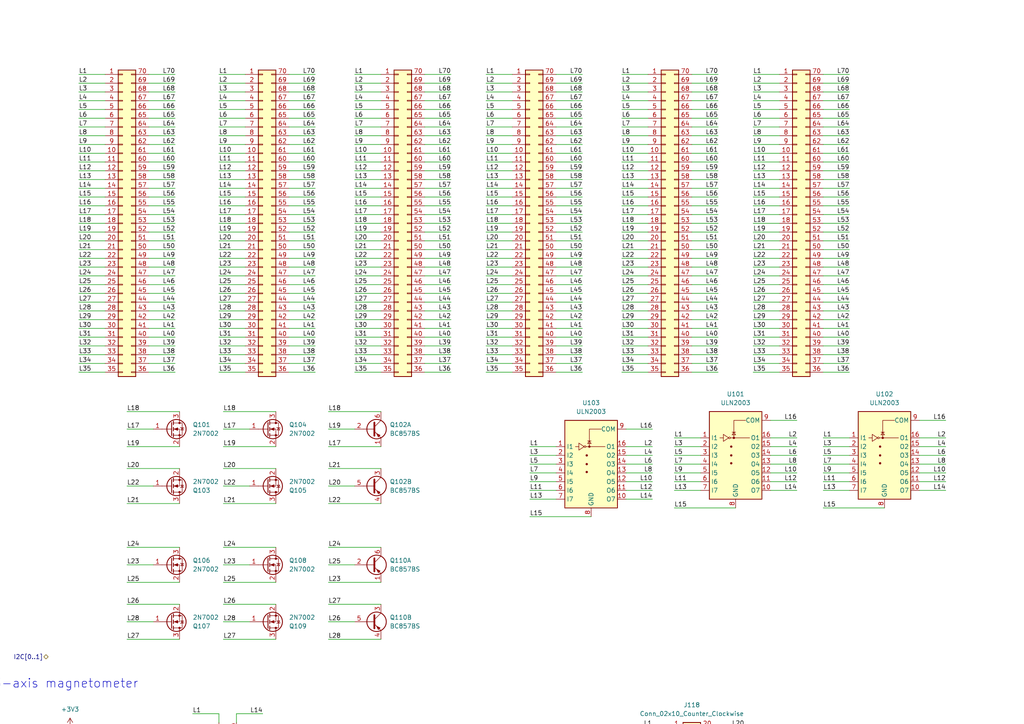
<source format=kicad_sch>
(kicad_sch (version 20231120) (generator "eeschema") (generator_version "8.0")
  (paper "A4")
  (junction (at 20.32 214.63))
  (junction (at 20.32 212.09))
  (junction (at 72.39 299.72))
  (junction (at 35.56 299.72))
  (junction (at 34.29 271.78))
  (junction (at 248.92 234.95))
  (no_connect (at 30.48 223.52))
  (no_connect (at 30.48 226.06))
  (wire (pts (xy 200.66 90.17) (xy 208.28 90.17)))
  (wire (pts (xy 180.34 97.79) (xy 187.96 97.79)))
  (wire (pts (xy 64.77 119.38) (xy 80.01 119.38)))
  (wire (pts (xy 207.01 250.19) (xy 215.9 250.19)))
  (wire (pts (xy 63.5 80.01) (xy 71.12 80.01)))
  (wire (pts (xy 43.18 72.39) (xy 50.8 72.39)))
  (wire (pts (xy 63.5 67.31) (xy 71.12 67.31)))
  (wire (pts (xy -34.29 127) (xy -24.13 127)))
  (wire (pts (xy -16.51 168.91) (xy -7.62 168.91)))
  (wire (pts (xy 180.34 52.07) (xy 187.96 52.07)))
  (wire (pts (xy 17.78 245.11) (xy 17.78 241.3)))
  (wire (pts (xy 102.87 52.07) (xy 110.49 52.07)))
  (wire (pts (xy 121.92 240.03) (xy 129.54 240.03)))
  (wire (pts (xy 140.97 57.15) (xy 148.59 57.15)))
  (wire (pts (xy 207.01 220.98) (xy 215.9 220.98)))
  (wire (pts (xy 186.69 231.14) (xy 194.31 231.14)))
  (wire (pts (xy 161.29 24.13) (xy 168.91 24.13)))
  (wire (pts (xy 161.29 80.01) (xy 168.91 80.01)))
  (wire (pts (xy 142.24 237.49) (xy 149.86 237.49)))
  (wire (pts (xy 218.44 69.85) (xy 226.06 69.85)))
  (wire (pts (xy 142.24 278.13) (xy 149.86 278.13)))
  (wire (pts (xy 83.82 34.29) (xy 91.44 34.29)))
  (wire (pts (xy 102.87 44.45) (xy 110.49 44.45)))
  (wire (pts (xy 101.6 273.05) (xy 109.22 273.05)))
  (wire (pts (xy 207.01 279.4) (xy 215.9 279.4)))
  (wire (pts (xy 189.23 139.7) (xy 181.61 139.7)))
  (wire (pts (xy 238.76 36.83) (xy 246.38 36.83)))
  (wire (pts (xy 22.86 107.95) (xy 30.48 107.95)))
  (wire (pts (xy 207.01 262.89) (xy 215.9 262.89)))
  (wire (pts (xy 180.34 36.83) (xy 187.96 36.83)))
  (wire (pts (xy 200.66 36.83) (xy 208.28 36.83)))
  (wire (pts (xy 161.29 100.33) (xy 168.91 100.33)))
  (wire (pts (xy 36.83 135.89) (xy 52.07 135.89)))
  (wire (pts (xy 86.36 219.71) (xy 78.74 219.71)))
  (wire (pts (xy 101.6 290.83) (xy 109.22 290.83)))
  (wire (pts (xy 121.92 250.19) (xy 129.54 250.19)))
  (wire (pts (xy 162.56 222.25) (xy 170.18 222.25)))
  (wire (pts (xy 22.86 62.23) (xy 30.48 62.23)))
  (wire (pts (xy 63.5 90.17) (xy 71.12 90.17)))
  (wire (pts (xy 123.19 57.15) (xy 130.81 57.15)))
  (wire (pts (xy 83.82 54.61) (xy 91.44 54.61)))
  (wire (pts (xy 142.24 219.71) (xy 149.86 219.71)))
  (wire (pts (xy 238.76 82.55) (xy 246.38 82.55)))
  (wire (pts (xy 186.69 215.9) (xy 194.31 215.9)))
  (wire (pts (xy 102.87 100.33) (xy 110.49 100.33)))
  (wire (pts (xy 41.91 261.62) (xy 46.99 261.62)))
  (wire (pts (xy 207.01 297.18) (xy 215.9 297.18)))
  (wire (pts (xy 22.86 59.69) (xy 30.48 59.69)))
  (wire (pts (xy 207.01 223.52) (xy 215.9 223.52)))
  (wire (pts (xy 161.29 72.39) (xy 168.91 72.39)))
  (wire (pts (xy 102.87 80.01) (xy 110.49 80.01)))
  (wire (pts (xy 123.19 34.29) (xy 130.81 34.29)))
  (wire (pts (xy 200.66 72.39) (xy 208.28 72.39)))
  (wire (pts (xy 238.76 44.45) (xy 246.38 44.45)))
  (wire (pts (xy -50.8 166.37) (xy -41.91 166.37)))
  (wire (pts (xy 36.83 175.26) (xy 52.07 175.26)))
  (wire (pts (xy 43.18 41.91) (xy 50.8 41.91)))
  (wire (pts (xy -16.51 166.37) (xy -7.62 166.37)))
  (wire (pts (xy 207.01 281.94) (xy 215.9 281.94)))
  (wire (pts (xy 189.23 132.08) (xy 181.61 132.08)))
  (wire (pts (xy 293.37 224.79) (xy 302.26 224.79)))
  (wire (pts (xy 142.24 229.87) (xy 149.86 229.87)))
  (wire (pts (xy 63.5 240.03) (xy 63.5 237.49)))
  (wire (pts (xy 218.44 41.91) (xy 226.06 41.91)))
  (wire (pts (xy 22.86 77.47) (xy 30.48 77.47)))
  (wire (pts (xy 162.56 285.75) (xy 170.18 285.75)))
  (wire (pts (xy 180.34 72.39) (xy 187.96 72.39)))
  (wire (pts (xy 86.36 214.63) (xy 78.74 214.63)))
  (wire (pts (xy 36.83 129.54) (xy 52.07 129.54)))
  (wire (pts (xy -16.51 292.1) (xy -8.89 292.1)))
  (wire (pts (xy 43.18 46.99) (xy 50.8 46.99)))
  (wire (pts (xy 161.29 87.63) (xy 168.91 87.63)))
  (wire (pts (xy 95.25 119.38) (xy 110.49 119.38)))
  (wire (pts (xy -31.75 190.5) (xy -31.75 186.69)))
  (wire (pts (xy 162.56 257.81) (xy 170.18 257.81)))
  (wire (pts (xy -29.21 186.69) (xy -29.21 189.23)))
  (wire (pts (xy 101.6 293.37) (xy 109.22 293.37)))
  (wire (pts (xy 142.24 275.59) (xy 149.86 275.59)))
  (wire (pts (xy 142.24 270.51) (xy 149.86 270.51)))
  (wire (pts (xy 20.32 212.09) (xy 20.32 214.63)))
  (wire (pts (xy 238.76 107.95) (xy 246.38 107.95)))
  (wire (pts (xy 43.18 80.01) (xy 50.8 80.01)))
  (wire (pts (xy 43.18 29.21) (xy 50.8 29.21)))
  (wire (pts (xy 162.56 219.71) (xy 170.18 219.71)))
  (wire (pts (xy 200.66 95.25) (xy 208.28 95.25)))
  (wire (pts (xy 63.5 59.69) (xy 71.12 59.69)))
  (wire (pts (xy 43.18 77.47) (xy 50.8 77.47)))
  (wire (pts (xy 121.92 267.97) (xy 129.54 267.97)))
  (wire (pts (xy 180.34 62.23) (xy 187.96 62.23)))
  (wire (pts (xy 22.86 64.77) (xy 30.48 64.77)))
  (wire (pts (xy 102.87 24.13) (xy 110.49 24.13)))
  (wire (pts (xy 142.24 234.95) (xy 149.86 234.95)))
  (wire (pts (xy 207.01 233.68) (xy 215.9 233.68)))
  (wire (pts (xy -40.64 190.5) (xy -31.75 190.5)))
  (wire (pts (xy 274.32 142.24) (xy 266.7 142.24)))
  (wire (pts (xy 121.92 293.37) (xy 129.54 293.37)))
  (wire (pts (xy 35.56 297.18) (xy 35.56 299.72)))
  (wire (pts (xy 101.6 300.99) (xy 109.22 300.99)))
  (wire (pts (xy 162.56 224.79) (xy 170.18 224.79)))
  (wire (pts (xy 86.36 222.25) (xy 78.74 222.25)))
  (wire (pts (xy 161.29 54.61) (xy 168.91 54.61)))
  (wire (pts (xy -50.8 153.67) (xy -41.91 153.67)))
  (wire (pts (xy 22.86 105.41) (xy 30.48 105.41)))
  (wire (pts (xy 207.01 226.06) (xy 215.9 226.06)))
  (wire (pts (xy 22.86 72.39) (xy 30.48 72.39)))
  (wire (pts (xy 71.12 271.78) (xy 71.12 274.32)))
  (wire (pts (xy 140.97 64.77) (xy 148.59 64.77)))
  (wire (pts (xy 207.01 252.73) (xy 215.9 252.73)))
  (wire (pts (xy 238.76 29.21) (xy 246.38 29.21)))
  (wire (pts (xy 161.29 41.91) (xy 168.91 41.91)))
  (wire (pts (xy 238.76 219.71) (xy 228.6 219.71)))
  (wire (pts (xy 63.5 49.53) (xy 71.12 49.53)))
  (wire (pts (xy 64.77 140.97) (xy 72.39 140.97)))
  (wire (pts (xy 101.6 288.29) (xy 109.22 288.29)))
  (wire (pts (xy 101.6 255.27) (xy 109.22 255.27)))
  (wire (pts (xy 101.6 242.57) (xy 109.22 242.57)))
  (wire (pts (xy 180.34 82.55) (xy 187.96 82.55)))
  (wire (pts (xy 162.56 234.95) (xy 170.18 234.95)))
  (wire (pts (xy 140.97 90.17) (xy 148.59 90.17)))
  (wire (pts (xy 142.24 300.99) (xy 149.86 300.99)))
  (wire (pts (xy 83.82 36.83) (xy 91.44 36.83)))
  (wire (pts (xy 43.18 39.37) (xy 50.8 39.37)))
  (wire (pts (xy 194.31 245.11) (xy 186.69 245.11)))
  (wire (pts (xy 218.44 62.23) (xy 226.06 62.23)))
  (wire (pts (xy 161.29 95.25) (xy 168.91 95.25)))
  (wire (pts (xy 238.76 72.39) (xy 246.38 72.39)))
  (wire (pts (xy 180.34 102.87) (xy 187.96 102.87)))
  (wire (pts (xy -50.8 151.13) (xy -41.91 151.13)))
  (wire (pts (xy 43.18 67.31) (xy 50.8 67.31)))
  (wire (pts (xy 238.76 67.31) (xy 246.38 67.31)))
  (wire (pts (xy 63.5 64.77) (xy 71.12 64.77)))
  (wire (pts (xy 22.86 29.21) (xy 30.48 29.21)))
  (wire (pts (xy 200.66 29.21) (xy 208.28 29.21)))
  (wire (pts (xy 140.97 24.13) (xy 148.59 24.13)))
  (wire (pts (xy 45.72 229.87) (xy 53.34 229.87)))
  (wire (pts (xy 102.87 21.59) (xy 110.49 21.59)))
  (wire (pts (xy 22.86 39.37) (xy 30.48 39.37)))
  (wire (pts (xy 63.5 26.67) (xy 71.12 26.67)))
  (wire (pts (xy 63.5 69.85) (xy 71.12 69.85)))
  (wire (pts (xy 238.76 134.62) (xy 246.38 134.62)))
  (wire (pts (xy 121.92 245.11) (xy 129.54 245.11)))
  (wire (pts (xy 121.92 222.25) (xy 129.54 222.25)))
  (wire (pts (xy 142.24 240.03) (xy 149.86 240.03)))
  (wire (pts (xy 22.86 82.55) (xy 30.48 82.55)))
  (wire (pts (xy 22.86 212.09) (xy 20.32 212.09)))
  (wire (pts (xy 63.5 107.95) (xy 71.12 107.95)))
  (wire (pts (xy 123.19 49.53) (xy 130.81 49.53)))
  (wire (pts (xy 83.82 74.93) (xy 91.44 74.93)))
  (wire (pts (xy 207.01 284.48) (xy 215.9 284.48)))
  (wire (pts (xy 121.92 217.17) (xy 129.54 217.17)))
  (wire (pts (xy 161.29 26.67) (xy 168.91 26.67)))
  (wire (pts (xy 194.31 299.72) (xy 186.69 299.72)))
  (wire (pts (xy 161.29 105.41) (xy 168.91 105.41)))
  (wire (pts (xy 218.44 82.55) (xy 226.06 82.55)))
  (wire (pts (xy 102.87 41.91) (xy 110.49 41.91)))
  (wire (pts (xy 140.97 54.61) (xy 148.59 54.61)))
  (wire (pts (xy 180.34 31.75) (xy 187.96 31.75)))
  (wire (pts (xy 161.29 34.29) (xy 168.91 34.29)))
  (wire (pts (xy 200.66 80.01) (xy 208.28 80.01)))
  (wire (pts (xy 34.29 271.78) (xy 34.29 273.05)))
  (wire (pts (xy 95.25 129.54) (xy 110.49 129.54)))
  (wire (pts (xy -50.8 171.45) (xy -41.91 171.45)))
  (wire (pts (xy 238.76 41.91) (xy 246.38 41.91)))
  (wire (pts (xy 83.82 80.01) (xy 91.44 80.01)))
  (wire (pts (xy -7.62 153.67) (xy -16.51 153.67)))
  (wire (pts (xy 161.29 62.23) (xy 168.91 62.23)))
  (wire (pts (xy 238.76 102.87) (xy 246.38 102.87)))
  (wire (pts (xy 162.56 229.87) (xy 170.18 229.87)))
  (wire (pts (xy 22.86 49.53) (xy 30.48 49.53)))
  (wire (pts (xy 44.45 234.95) (xy 44.45 231.14)))
  (wire (pts (xy 142.24 222.25) (xy 149.86 222.25)))
  (wire (pts (xy 64.77 146.05) (xy 80.01 146.05)))
  (wire (pts (xy 200.66 107.95) (xy 208.28 107.95)))
  (wire (pts (xy 228.6 227.33) (xy 238.76 227.33)))
  (wire (pts (xy 200.66 100.33) (xy 208.28 100.33)))
  (wire (pts (xy 142.24 260.35) (xy 149.86 260.35)))
  (wire (pts (xy 238.76 62.23) (xy 246.38 62.23)))
  (wire (pts (xy 162.56 295.91) (xy 170.18 295.91)))
  (wire (pts (xy 142.24 224.79) (xy 149.86 224.79)))
  (wire (pts (xy 162.56 237.49) (xy 170.18 237.49)))
  (wire (pts (xy 162.56 227.33) (xy 170.18 227.33)))
  (wire (pts (xy 218.44 95.25) (xy 226.06 95.25)))
  (wire (pts (xy 238.76 87.63) (xy 246.38 87.63)))
  (wire (pts (xy 218.44 34.29) (xy 226.06 34.29)))
  (wire (pts (xy 218.44 29.21) (xy 226.06 29.21)))
  (wire (pts (xy 53.34 242.57) (xy 66.04 242.57)))
  (wire (pts (xy 45.72 222.25) (xy 53.34 222.25)))
  (wire (pts (xy 83.82 72.39) (xy 91.44 72.39)))
  (wire (pts (xy 101.6 229.87) (xy 109.22 229.87)))
  (wire (pts (xy 121.92 265.43) (xy 129.54 265.43)))
  (wire (pts (xy 140.97 26.67) (xy 148.59 26.67)))
  (wire (pts (xy 161.29 36.83) (xy 168.91 36.83)))
  (wire (pts (xy -24.13 127) (xy -24.13 133.35)))
  (wire (pts (xy 140.97 80.01) (xy 148.59 80.01)))
  (wire (pts (xy 153.67 129.54) (xy 161.29 129.54)))
  (wire (pts (xy 64.77 185.42) (xy 80.01 185.42)))
  (wire (pts (xy 58.42 261.62) (xy 66.04 261.62)))
  (wire (pts (xy 180.34 95.25) (xy 187.96 95.25)))
  (wire (pts (xy 36.83 124.46) (xy 44.45 124.46)))
  (wire (pts (xy -20.32 269.24) (xy -20.32 262.89)))
  (wire (pts (xy 101.6 250.19) (xy 109.22 250.19)))
  (wire (pts (xy 180.34 54.61) (xy 187.96 54.61)))
  (wire (pts (xy 162.56 260.35) (xy 170.18 260.35)))
  (wire (pts (xy 43.18 82.55) (xy 50.8 82.55)))
  (wire (pts (xy 53.34 240.03) (xy 63.5 240.03)))
  (wire (pts (xy 194.31 252.73) (xy 186.69 252.73)))
  (wire (pts (xy 63.5 21.59) (xy 71.12 21.59)))
  (wire (pts (xy 76.2 207.01) (xy 68.58 207.01)))
  (wire (pts (xy 43.18 102.87) (xy 50.8 102.87)))
  (wire (pts (xy -20.32 280.67) (xy -20.32 276.86)))
  (wire (pts (xy 162.56 270.51) (xy 170.18 270.51)))
  (wire (pts (xy 195.58 129.54) (xy 203.2 129.54)))
  (wire (pts (xy 22.86 31.75) (xy 30.48 31.75)))
  (wire (pts (xy 180.34 105.41) (xy 187.96 105.41)))
  (wire (pts (xy 22.86 21.59) (xy 30.48 21.59)))
  (wire (pts (xy 43.18 69.85) (xy 50.8 69.85)))
  (wire (pts (xy 95.25 158.75) (xy 110.49 158.75)))
  (wire (pts (xy 186.69 223.52) (xy 194.31 223.52)))
  (wire (pts (xy 43.18 100.33) (xy 50.8 100.33)))
  (wire (pts (xy 68.58 207.01) (xy 68.58 209.55)))
  (wire (pts (xy 218.44 92.71) (xy 226.06 92.71)))
  (wire (pts (xy 64.77 124.46) (xy 72.39 124.46)))
  (wire (pts (xy 194.31 255.27) (xy 186.69 255.27)))
  (wire (pts (xy 180.34 29.21) (xy 187.96 29.21)))
  (wire (pts (xy 162.56 288.29) (xy 170.18 288.29)))
  (wire (pts (xy -2.54 280.67) (xy -2.54 276.86)))
  (wire (pts (xy 194.31 262.89) (xy 186.69 262.89)))
  (wire (pts (xy 43.18 21.59) (xy 50.8 21.59)))
  (wire (pts (xy 207.01 289.56) (xy 215.9 289.56)))
  (wire (pts (xy 153.67 137.16) (xy 161.29 137.16)))
  (wire (pts (xy 95.25 135.89) (xy 110.49 135.89)))
  (wire (pts (xy 123.19 24.13) (xy 130.81 24.13)))
  (wire (pts (xy 20.32 261.62) (xy 26.67 261.62)))
  (wire (pts (xy 86.36 217.17) (xy 78.74 217.17)))
  (wire (pts (xy 200.66 21.59) (xy 208.28 21.59)))
  (wire (pts (xy 274.32 127) (xy 266.7 127)))
  (wire (pts (xy 64.77 168.91) (xy 80.01 168.91)))
  (wire (pts (xy 140.97 100.33) (xy 148.59 100.33)))
  (wire (pts (xy -5.08 226.06) (xy 5.08 226.06)))
  (wire (pts (xy 101.6 240.03) (xy 109.22 240.03)))
  (wire (pts (xy 123.19 36.83) (xy 130.81 36.83)))
  (wire (pts (xy 123.19 39.37) (xy 130.81 39.37)))
  (wire (pts (xy 64.77 180.34) (xy 72.39 180.34)))
  (wire (pts (xy 63.5 77.47) (xy 71.12 77.47)))
  (wire (pts (xy 161.29 90.17) (xy 168.91 90.17)))
  (wire (pts (xy 101.6 252.73) (xy 109.22 252.73)))
  (wire (pts (xy 218.44 90.17) (xy 226.06 90.17)))
  (wire (pts (xy -50.8 173.99) (xy -41.91 173.99)))
  (wire (pts (xy -31.75 133.35) (xy -31.75 132.08)))
  (wire (pts (xy 218.44 64.77) (xy 226.06 64.77)))
  (wire (pts (xy 238.76 85.09) (xy 246.38 85.09)))
  (wire (pts (xy 200.66 41.91) (xy 208.28 41.91)))
  (wire (pts (xy 102.87 59.69) (xy 110.49 59.69)))
  (wire (pts (xy 200.66 97.79) (xy 208.28 97.79)))
  (wire (pts (xy 43.18 54.61) (xy 50.8 54.61)))
  (wire (pts (xy 162.56 247.65) (xy 170.18 247.65)))
  (wire (pts (xy 200.66 57.15) (xy 208.28 57.15)))
  (wire (pts (xy 123.19 69.85) (xy 130.81 69.85)))
  (wire (pts (xy 22.86 95.25) (xy 30.48 95.25)))
  (wire (pts (xy 207.01 231.14) (xy 215.9 231.14)))
  (wire (pts (xy 180.34 39.37) (xy 187.96 39.37)))
  (wire (pts (xy 238.76 92.71) (xy 246.38 92.71)))
  (wire (pts (xy 248.92 238.76) (xy 238.76 238.76)))
  (wire (pts (xy 218.44 102.87) (xy 226.06 102.87)))
  (wire (pts (xy 186.69 228.6) (xy 194.31 228.6)))
  (wire (pts (xy 218.44 39.37) (xy 226.06 39.37)))
  (wire (pts (xy 140.97 34.29) (xy 148.59 34.29)))
  (wire (pts (xy 195.58 137.16) (xy 203.2 137.16)))
  (wire (pts (xy -36.83 129.54) (xy -26.67 129.54)))
  (wire (pts (xy 22.86 34.29) (xy 30.48 34.29)))
  (wire (pts (xy 43.18 49.53) (xy 50.8 49.53)))
  (wire (pts (xy 22.86 80.01) (xy 30.48 80.01)))
  (wire (pts (xy 162.56 252.73) (xy 170.18 252.73)))
  (wire (pts (xy 123.19 21.59) (xy 130.81 21.59)))
  (wire (pts (xy 123.19 31.75) (xy 130.81 31.75)))
  (wire (pts (xy -16.51 161.29) (xy -7.62 161.29)))
  (wire (pts (xy 102.87 67.31) (xy 110.49 67.31)))
  (wire (pts (xy 186.69 220.98) (xy 194.31 220.98)))
  (wire (pts (xy 22.86 74.93) (xy 30.48 74.93)))
  (wire (pts (xy 45.72 224.79) (xy 53.34 224.79)))
  (wire (pts (xy 66.04 242.57) (xy 66.04 237.49)))
  (wire (pts (xy 142.24 245.11) (xy 149.86 245.11)))
  (wire (pts (xy 44.45 231.14) (xy 41.91 231.14)))
  (wire (pts (xy 231.14 127) (xy 223.52 127)))
  (wire (pts (xy -2.54 262.89) (xy -2.54 269.24)))
  (wire (pts (xy 207.01 228.6) (xy 215.9 228.6)))
  (wire (pts (xy 153.67 132.08) (xy 161.29 132.08)))
  (wire (pts (xy 63.5 34.29) (xy 71.12 34.29)))
  (wire (pts (xy 180.34 107.95) (xy 187.96 107.95)))
  (wire (pts (xy 101.6 285.75) (xy 109.22 285.75)))
  (wire (pts (xy 123.19 80.01) (xy 130.81 80.01)))
  (wire (pts (xy 55.88 207.01) (xy 63.5 207.01)))
  (wire (pts (xy 180.34 87.63) (xy 187.96 87.63)))
  (wire (pts (xy 102.87 90.17) (xy 110.49 90.17)))
  (wire (pts (xy 22.86 26.67) (xy 30.48 26.67)))
  (wire (pts (xy 22.86 97.79) (xy 30.48 97.79)))
  (wire (pts (xy 21.59 289.56) (xy 27.94 289.56)))
  (wire (pts (xy 264.16 219.71) (xy 271.78 219.71)))
  (wire (pts (xy -7.62 176.53) (xy -16.51 176.53)))
  (wire (pts (xy 207.01 210.82) (xy 215.9 210.82)))
  (wire (pts (xy 161.29 49.53) (xy 168.91 49.53)))
  (wire (pts (xy 123.19 29.21) (xy 130.81 29.21)))
  (wire (pts (xy 34.29 273.05) (xy 39.37 273.05)))
  (wire (pts (xy 238.76 34.29) (xy 246.38 34.29)))
  (wire (pts (xy 142.24 295.91) (xy 149.86 295.91)))
  (wire (pts (xy 238.76 132.08) (xy 246.38 132.08)))
  (wire (pts (xy 22.86 67.31) (xy 30.48 67.31)))
  (wire (pts (xy 121.92 219.71) (xy 129.54 219.71)))
  (wire (pts (xy 207.01 257.81) (xy 215.9 257.81)))
  (wire (pts (xy 140.97 36.83) (xy 148.59 36.83)))
  (wire (pts (xy 121.92 257.81) (xy 129.54 257.81)))
  (wire (pts (xy 64.77 292.1) (xy 59.69 292.1)))
  (wire (pts (xy 189.23 124.46) (xy 181.61 124.46)))
  (wire (pts (xy -15.24 280.67) (xy -20.32 280.67)))
  (wire (pts (xy 140.97 59.69) (xy 148.59 59.69)))
  (wire (pts (xy 194.31 247.65) (xy 186.69 247.65)))
  (wire (pts (xy 101.6 214.63) (xy 109.22 214.63)))
  (wire (pts (xy 142.24 298.45) (xy 149.86 298.45)))
  (wire (pts (xy 121.92 247.65) (xy 129.54 247.65)))
  (wire (pts (xy 102.87 87.63) (xy 110.49 87.63)))
  (wire (pts (xy 274.32 137.16) (xy 266.7 137.16)))
  (wire (pts (xy 83.82 41.91) (xy 91.44 41.91)))
  (wire (pts (xy -29.21 189.23) (xy -17.78 189.23)))
  (wire (pts (xy 63.5 57.15) (xy 71.12 57.15)))
  (wire (pts (xy 43.18 31.75) (xy 50.8 31.75)))
  (wire (pts (xy 83.82 67.31) (xy 91.44 67.31)))
  (wire (pts (xy -50.8 176.53) (xy -41.91 176.53)))
  (wire (pts (xy 162.56 275.59) (xy 170.18 275.59)))
  (wire (pts (xy 123.19 64.77) (xy 130.81 64.77)))
  (wire (pts (xy 22.86 100.33) (xy 30.48 100.33)))
  (wire (pts (xy 43.18 97.79) (xy 50.8 97.79)))
  (wire (pts (xy 161.29 69.85) (xy 168.91 69.85)))
  (wire (pts (xy 101.6 237.49) (xy 109.22 237.49)))
  (wire (pts (xy 63.5 29.21) (xy 71.12 29.21)))
  (wire (pts (xy 180.34 90.17) (xy 187.96 90.17)))
  (wire (pts (xy 72.39 299.72) (xy 74.93 299.72)))
  (wire (pts (xy 20.32 271.78) (xy 34.29 271.78)))
  (wire (pts (xy 95.25 163.83) (xy 102.87 163.83)))
  (wire (pts (xy 95.25 140.97) (xy 102.87 140.97)))
  (wire (pts (xy 140.97 82.55) (xy 148.59 82.55)))
  (wire (pts (xy 121.92 290.83) (xy 129.54 290.83)))
  (wire (pts (xy 195.58 127) (xy 203.2 127)))
  (wire (pts (xy 194.31 289.56) (xy 186.69 289.56)))
  (wire (pts (xy 207.01 247.65) (xy 215.9 247.65)))
  (wire (pts (xy 64.77 129.54) (xy 80.01 129.54)))
  (wire (pts (xy 200.66 105.41) (xy 208.28 105.41)))
  (wire (pts (xy 121.92 288.29) (xy 129.54 288.29)))
  (wire (pts (xy 180.34 85.09) (xy 187.96 85.09)))
  (wire (pts (xy 63.5 36.83) (xy 71.12 36.83)))
  (wire (pts (xy 101.6 247.65) (xy 109.22 247.65)))
  (wire (pts (xy 274.32 129.54) (xy 266.7 129.54)))
  (wire (pts (xy 180.34 21.59) (xy 187.96 21.59)))
  (wire (pts (xy 238.76 100.33) (xy 246.38 100.33)))
  (wire (pts (xy 83.82 49.53) (xy 91.44 49.53)))
  (wire (pts (xy 161.29 77.47) (xy 168.91 77.47)))
  (wire (pts (xy 123.19 90.17) (xy 130.81 90.17)))
  (wire (pts (xy 101.6 267.97) (xy 109.22 267.97)))
  (wire (pts (xy 186.69 218.44) (xy 194.31 218.44)))
  (wire (pts (xy 200.66 59.69) (xy 208.28 59.69)))
  (wire (pts (xy 218.44 44.45) (xy 226.06 44.45)))
  (wire (pts (xy 17.78 214.63) (xy 20.32 214.63)))
  (wire (pts (xy 63.5 31.75) (xy 71.12 31.75)))
  (wire (pts (xy -11.43 223.52) (xy -11.43 231.14)))
  (wire (pts (xy 83.82 59.69) (xy 91.44 59.69)))
  (wire (pts (xy 274.32 132.08) (xy 266.7 132.08)))
  (wire (pts (xy 238.76 105.41) (xy 246.38 105.41)))
  (wire (pts (xy 95.25 175.26) (xy 110.49 175.26)))
  (wire (pts (xy 123.19 92.71) (xy 130.81 92.71)))
  (wire (pts (xy 189.23 129.54) (xy 181.61 129.54)))
  (wire (pts (xy 43.18 59.69) (xy 50.8 59.69)))
  (wire (pts (xy 83.82 102.87) (xy 91.44 102.87)))
  (wire (pts (xy 63.5 54.61) (xy 71.12 54.61)))
  (wire (pts (xy 161.29 39.37) (xy 168.91 39.37)))
  (wire (pts (xy 153.67 142.24) (xy 161.29 142.24)))
  (wire (pts (xy 36.83 180.34) (xy 44.45 180.34)))
  (wire (pts (xy 64.77 158.75) (xy 80.01 158.75)))
  (wire (pts (xy 83.82 85.09) (xy 91.44 85.09)))
  (wire (pts (xy 123.19 44.45) (xy 130.81 44.45)))
  (wire (pts (xy 274.32 139.7) (xy 266.7 139.7)))
  (wire (pts (xy 218.44 52.07) (xy 226.06 52.07)))
  (wire (pts (xy 248.92 234.95) (xy 251.46 234.95)))
  (wire (pts (xy 186.69 210.82) (xy 194.31 210.82)))
  (wire (pts (xy 43.18 52.07) (xy 50.8 52.07)))
  (wire (pts (xy 140.97 29.21) (xy 148.59 29.21)))
  (wire (pts (xy -16.51 158.75) (xy -7.62 158.75)))
  (wire (pts (xy 153.67 134.62) (xy 161.29 134.62)))
  (wire (pts (xy 142.24 257.81) (xy 149.86 257.81)))
  (wire (pts (xy 43.18 74.93) (xy 50.8 74.93)))
  (wire (pts (xy 200.66 64.77) (xy 208.28 64.77)))
  (wire (pts (xy 123.19 72.39) (xy 130.81 72.39)))
  (wire (pts (xy 43.18 64.77) (xy 50.8 64.77)))
  (wire (pts (xy 58.42 274.32) (xy 71.12 274.32)))
  (wire (pts (xy 142.24 217.17) (xy 149.86 217.17)))
  (wire (pts (xy 162.56 214.63) (xy 170.18 214.63)))
  (wire (pts (xy -16.51 148.59) (xy -7.62 148.59)))
  (wire (pts (xy 102.87 26.67) (xy 110.49 26.67)))
  (wire (pts (xy 194.31 297.18) (xy 186.69 297.18)))
  (wire (pts (xy 140.97 95.25) (xy 148.59 95.25)))
  (wire (pts (xy 207.01 260.35) (xy 215.9 260.35)))
  (wire (pts (xy 64.77 175.26) (xy 80.01 175.26)))
  (wire (pts (xy 121.92 255.27) (xy 129.54 255.27)))
  (wire (pts (xy -50.8 158.75) (xy -41.91 158.75)))
  (wire (pts (xy 121.92 270.51) (xy 129.54 270.51)))
  (wire (pts (xy 36.83 158.75) (xy 52.07 158.75)))
  (wire (pts (xy 22.86 92.71) (xy 30.48 92.71)))
  (wire (pts (xy -2.54 262.89) (xy -7.62 262.89)))
  (wire (pts (xy 207.01 255.27) (xy 215.9 255.27)))
  (wire (pts (xy 218.44 67.31) (xy 226.06 67.31)))
  (wire (pts (xy 102.87 102.87) (xy 110.49 102.87)))
  (wire (pts (xy 238.76 77.47) (xy 246.38 77.47)))
  (wire (pts (xy 123.19 54.61) (xy 130.81 54.61)))
  (wire (pts (xy -26.67 129.54) (xy -26.67 133.35)))
  (wire (pts (xy 200.66 82.55) (xy 208.28 82.55)))
  (wire (pts (xy 218.44 54.61) (xy 226.06 54.61)))
  (wire (pts (xy 140.97 41.91) (xy 148.59 41.91)))
  (wire (pts (xy 162.56 267.97) (xy 170.18 267.97)))
  (wire (pts (xy 63.5 92.71) (xy 71.12 92.71)))
  (wire (pts (xy 121.92 295.91) (xy 129.54 295.91)))
  (wire (pts (xy 35.56 299.72) (xy 35.56 300.99)))
  (wire (pts (xy 95.25 146.05) (xy 110.49 146.05)))
  (wire (pts (xy 63.5 39.37) (xy 71.12 39.37)))
  (wire (pts (xy 83.82 26.67) (xy 91.44 26.67)))
  (wire (pts (xy 161.29 102.87) (xy 168.91 102.87)))
  (wire (pts (xy 140.97 69.85) (xy 148.59 69.85)))
  (wire (pts (xy 102.87 57.15) (xy 110.49 57.15)))
  (wire (pts (xy -50.8 148.59) (xy -41.91 148.59)))
  (wire (pts (xy 200.66 77.47) (xy 208.28 77.47)))
  (wire (pts (xy 123.19 52.07) (xy 130.81 52.07)))
  (wire (pts (xy 22.86 102.87) (xy 30.48 102.87)))
  (wire (pts (xy 161.29 59.69) (xy 168.91 59.69)))
  (wire (pts (xy -11.43 231.14) (xy 5.08 231.14)))
  (wire (pts (xy 83.82 44.45) (xy 91.44 44.45)))
  (wire (pts (xy 101.6 227.33) (xy 109.22 227.33)))
  (wire (pts (xy 63.5 102.87) (xy 71.12 102.87)))
  (wire (pts (xy 274.32 121.92) (xy 266.7 121.92)))
  (wire (pts (xy 63.5 207.01) (xy 63.5 209.55)))
  (wire (pts (xy 180.34 77.47) (xy 187.96 77.47)))
  (wire (pts (xy 123.19 26.67) (xy 130.81 26.67)))
  (wire (pts (xy 140.97 21.59) (xy 148.59 21.59)))
  (wire (pts (xy 22.86 46.99) (xy 30.48 46.99)))
  (wire (pts (xy 101.6 262.89) (xy 109.22 262.89)))
  (wire (pts (xy 43.18 44.45) (xy 50.8 44.45)))
  (wire (pts (xy 274.32 134.62) (xy 266.7 134.62)))
  (wire (pts (xy 238.76 90.17) (xy 246.38 90.17)))
  (wire (pts (xy 63.5 52.07) (xy 71.12 52.07)))
  (wire (pts (xy 102.87 105.41) (xy 110.49 105.41)))
  (wire (pts (xy 161.29 64.77) (xy 168.91 64.77)))
  (wire (pts (xy 162.56 280.67) (xy 170.18 280.67)))
  (wire (pts (xy 102.87 95.25) (xy 110.49 95.25)))
  (wire (pts (xy 86.36 224.79) (xy 78.74 224.79)))
  (wire (pts (xy 123.19 82.55) (xy 130.81 82.55)))
  (wire (pts (xy 200.66 44.45) (xy 208.28 44.45)))
  (wire (pts (xy 140.97 77.47) (xy 148.59 77.47)))
  (wire (pts (xy 140.97 87.63) (xy 148.59 87.63)))
  (wire (pts (xy 180.34 80.01) (xy 187.96 80.01)))
  (wire (pts (xy 101.6 234.95) (xy 109.22 234.95)))
  (wire (pts (xy 180.34 57.15) (xy 187.96 57.15)))
  (wire (pts (xy 180.34 100.33) (xy 187.96 100.33)))
  (wire (pts (xy 161.29 46.99) (xy 168.91 46.99)))
  (wire (pts (xy 6.35 289.56) (xy 13.97 289.56)))
  (wire (pts (xy 21.59 299.72) (xy 35.56 299.72)))
  (wire (pts (xy -50.8 163.83) (xy -41.91 163.83)))
  (wire (pts (xy 161.29 85.09) (xy 168.91 85.09)))
  (wire (pts (xy 101.6 232.41) (xy 109.22 232.41)))
  (wire (pts (xy 58.42 264.16) (xy 66.04 264.16)))
  (wire (pts (xy 238.76 57.15) (xy 246.38 57.15)))
  (wire (pts (xy 121.92 237.49) (xy 129.54 237.49)))
  (wire (pts (xy 63.5 85.09) (xy 71.12 85.09)))
  (wire (pts (xy 63.5 46.99) (xy 71.12 46.99)))
  (wire (pts (xy 142.24 293.37) (xy 149.86 293.37)))
  (wire (pts (xy 101.6 257.81) (xy 109.22 257.81)))
  (wire (pts (xy 194.31 281.94) (xy 186.69 281.94)))
  (wire (pts (xy 218.44 36.83) (xy 226.06 36.83)))
  (wire (pts (xy 102.87 107.95) (xy 110.49 107.95)))
  (wire (pts (xy 22.86 69.85) (xy 30.48 69.85)))
  (wire (pts (xy 142.24 283.21) (xy 149.86 283.21)))
  (wire (pts (xy 162.56 242.57) (xy 170.18 242.57)))
  (wire (pts (xy -50.8 161.29) (xy -41.91 161.29)))
  (wire (pts (xy 22.86 87.63) (xy 30.48 87.63)))
  (wire (pts (xy 121.92 300.99) (xy 129.54 300.99)))
  (wire (pts (xy 218.44 80.01) (xy 226.06 80.01)))
  (wire (pts (xy 142.24 214.63) (xy 149.86 214.63)))
  (wire (pts (xy 123.19 59.69) (xy 130.81 59.69)))
  (wire (pts (xy 142.24 255.27) (xy 149.86 255.27)))
  (wire (pts (xy 101.6 280.67) (xy 109.22 280.67)))
  (wire (pts (xy 207.01 213.36) (xy 215.9 213.36)))
  (wire (pts (xy 142.24 288.29) (xy 149.86 288.29)))
  (wire (pts (xy 83.82 57.15) (xy 91.44 57.15)))
  (wire (pts (xy 207.01 267.97) (xy 215.9 267.97)))
  (wire (pts (xy 95.25 124.46) (xy 102.87 124.46)))
  (wire (pts (xy 121.92 214.63) (xy 129.54 214.63)))
  (wire (pts (xy 102.87 62.23) (xy 110.49 62.23)))
  (wire (pts (xy -26.67 186.69) (xy -17.78 186.69)))
  (wire (pts (xy 36.83 119.38) (xy 52.07 119.38)))
  (wire (pts (xy -15.24 262.89) (xy -20.32 262.89)))
  (wire (pts (xy 101.6 275.59) (xy 109.22 275.59)))
  (wire (pts (xy 153.67 139.7) (xy 161.29 139.7)))
  (wire (pts (xy 123.19 77.47) (xy 130.81 77.47)))
  (wire (pts (xy 83.82 21.59) (xy 91.44 21.59)))
  (wire (pts (xy 162.56 255.27) (xy 170.18 255.27)))
  (wire (pts (xy 22.86 52.07) (xy 30.48 52.07)))
  (wire (pts (xy -50.8 146.05) (xy -41.91 146.05)))
  (wire (pts (xy 194.31 284.48) (xy 186.69 284.48)))
  (wire (pts (xy 200.66 74.93) (xy 208.28 74.93)))
  (wire (pts (xy 43.18 62.23) (xy 50.8 62.23)))
  (wire (pts (xy 102.87 46.99) (xy 110.49 46.99)))
  (wire (pts (xy 83.82 69.85) (xy 91.44 69.85)))
  (wire (pts (xy -16.51 294.64) (xy -8.89 294.64)))
  (wire (pts (xy 161.29 29.21) (xy 168.91 29.21)))
  (wire (pts (xy 13.97 299.72) (xy 6.35 299.72)))
  (wire (pts (xy 121.92 285.75) (xy 129.54 285.75)))
  (wire (pts (xy 195.58 132.08) (xy 203.2 132.08)))
  (wire (pts (xy 218.44 57.15) (xy 226.06 57.15)))
  (wire (pts (xy 218.44 24.13) (xy 226.06 24.13)))
  (wire (pts (xy 194.31 257.81) (xy 186.69 257.81)))
  (wire (pts (xy 142.24 247.65) (xy 149.86 247.65)))
  (wire (pts (xy 180.34 49.53) (xy 187.96 49.53)))
  (wire (pts (xy 22.86 54.61) (xy 30.48 54.61)))
  (wire (pts (xy 121.92 232.41) (xy 129.54 232.41)))
  (wire (pts (xy 121.92 234.95) (xy 129.54 234.95)))
  (wire (pts (xy 101.6 219.71) (xy 109.22 219.71)))
  (wire (pts (xy 63.5 62.23) (xy 71.12 62.23)))
  (wire (pts (xy 207.01 245.11) (xy 215.9 245.11)))
  (wire (pts (xy 83.82 97.79) (xy 91.44 97.79)))
  (wire (pts (xy 248.92 234.95) (xy 248.92 238.76)))
  (wire (pts (xy 200.66 54.61) (xy 208.28 54.61)))
  (wire (pts (xy 200.66 31.75) (xy 208.28 31.75)))
  (wire (pts (xy 12.7 271.78) (xy 5.08 271.78)))
  (wire (pts (xy 194.31 279.4) (xy 186.69 279.4)))
  (wire (pts (xy 102.87 34.29) (xy 110.49 34.29)))
  (wire (pts (xy 102.87 64.77) (xy 110.49 64.77)))
  (wire (pts (xy 5.08 261.62) (xy 12.7 261.62)))
  (wire (pts (xy 238.76 129.54) (xy 246.38 129.54)))
  (wire (pts (xy 63.5 87.63) (xy 71.12 87.63)))
  (wire (pts (xy 238.76 39.37) (xy 246.38 39.37)))
  (wire (pts (xy 101.6 224.79) (xy 109.22 224.79)))
  (wire (pts (xy 64.77 135.89) (xy 80.01 135.89)))
  (wire (pts (xy 231.14 137.16) (xy 223.52 137.16)))
  (wire (pts (xy 180.34 26.67) (xy 187.96 26.67)))
  (wire (pts (xy -50.8 156.21) (xy -41.91 156.21)))
  (wire (pts (xy 123.19 46.99) (xy 130.81 46.99)))
  (wire (pts (xy 63.5 24.13) (xy 71.12 24.13)))
  (wire (pts (xy 83.82 77.47) (xy 91.44 77.47)))
  (wire (pts (xy 180.34 34.29) (xy 187.96 34.29)))
  (wire (pts (xy 83.82 64.77) (xy 91.44 64.77)))
  (wire (pts (xy 22.86 85.09) (xy 30.48 85.09)))
  (wire (pts (xy 238.76 52.07) (xy 246.38 52.07)))
  (wire (pts (xy 101.6 245.11) (xy 109.22 245.11)))
  (wire (pts (xy 238.76 69.85) (xy 246.38 69.85)))
  (wire (pts (xy 238.76 26.67) (xy 246.38 26.67)))
  (wire (pts (xy 218.44 100.33) (xy 226.06 100.33)))
  (wire (pts (xy 123.19 97.79) (xy 130.81 97.79)))
  (wire (pts (xy 22.86 24.13) (xy 30.48 24.13)))
  (wire (pts (xy 58.42 266.7) (xy 66.04 266.7)))
  (wire (pts (xy 207.01 299.72) (xy 215.9 299.72)))
  (wire (pts (xy 200.66 34.29) (xy 208.28 34.29)))
  (wire (pts (xy 83.82 90.17) (xy 91.44 90.17)))
  (wire (pts (xy 228.6 222.25) (xy 238.76 222.25)))
  (wire (pts (xy 140.97 52.07) (xy 148.59 52.07)))
  (wire (pts (xy 161.29 107.95) (xy 168.91 107.95)))
  (wire (pts (xy 140.97 107.95) (xy 148.59 107.95)))
  (wire (pts (xy 218.44 97.79) (xy 226.06 97.79)))
  (wire (pts (xy 121.92 278.13) (xy 129.54 278.13)))
  (wire (pts (xy 102.87 77.47) (xy 110.49 77.47)))
  (wire (pts (xy -16.51 163.83) (xy -7.62 163.83)))
  (wire (pts (xy 102.87 72.39) (xy 110.49 72.39)))
  (wire (pts (xy 43.18 95.25) (xy 50.8 95.25)))
  (wire (pts (xy 123.19 95.25) (xy 130.81 95.25)))
  (wire (pts (xy 218.44 107.95) (xy 226.06 107.95)))
  (wire (pts (xy 123.19 87.63) (xy 130.81 87.63)))
  (wire (pts (xy 161.29 97.79) (xy 168.91 97.79)))
  (wire (pts (xy 161.29 92.71) (xy 168.91 92.71)))
  (wire (pts (xy 200.66 62.23) (xy 208.28 62.23)))
  (wire (pts (xy 218.44 49.53) (xy 226.06 49.53)))
  (wire (pts (xy 161.29 74.93) (xy 168.91 74.93)))
  (wire (pts (xy 36.83 140.97) (xy 44.45 140.97)))
  (wire (pts (xy 95.25 185.42) (xy 110.49 185.42)))
  (wire (pts (xy 20.32 214.63) (xy 20.32 215.9)))
  (wire (pts (xy 218.44 26.67) (xy 226.06 26.67)))
  (wire (pts (xy -5.08 228.6) (xy 5.08 228.6)))
  (wire (pts (xy 63.5 105.41) (xy 71.12 105.41)))
  (wire (pts (xy 101.6 283.21) (xy 109.22 283.21)))
  (wire (pts (xy 200.66 87.63) (xy 208.28 87.63)))
  (wire (pts (xy 20.32 210.82) (xy 20.32 212.09)))
  (wire (pts (xy 95.25 168.91) (xy 110.49 168.91)))
  (wire (pts (xy 123.19 85.09) (xy 130.81 85.09)))
  (wire (pts (xy 162.56 240.03) (xy 170.18 240.03)))
  (wire (pts (xy 43.18 107.95) (xy 50.8 107.95)))
  (wire (pts (xy 140.97 72.39) (xy 148.59 72.39)))
  (wire (pts (xy 53.34 237.49) (xy 60.96 237.49)))
  (wire (pts (xy 189.23 142.24) (xy 181.61 142.24)))
  (wire (pts (xy 45.72 227.33) (xy 53.34 227.33)))
  (wire (pts (xy 64.77 289.56) (xy 59.69 289.56)))
  (wire (pts (xy 162.56 273.05) (xy 170.18 273.05)))
  (wire (pts (xy 200.66 26.67) (xy 208.28 26.67)))
  (wire (pts (xy 264.16 224.79) (xy 273.05 224.79)))
  (wire (pts (xy 83.82 100.33) (xy 91.44 100.33)))
  (wire (pts (xy 102.87 74.93) (xy 110.49 74.93)))
  (wire (pts (xy 200.66 85.09) (xy 208.28 85.09)))
  (wire (pts (xy 59.69 299.72) (xy 72.39 299.72)))
  (wire (pts (xy 101.6 217.17) (xy 109.22 217.17)))
  (wire (pts (xy 264.16 229.87) (xy 271.78 229.87)))
  (wire (pts (xy 83.82 105.41) (xy 91.44 105.41)))
  (wire (pts (xy 121.92 229.87) (xy 129.54 229.87)))
  (wire (pts (xy 218.44 77.47) (xy 226.06 77.47)))
  (wire (pts (xy 83.82 82.55) (xy 91.44 82.55)))
  (wire (pts (xy 200.66 24.13) (xy 208.28 24.13)))
  (wire (pts (xy 83.82 29.21) (xy 91.44 29.21)))
  (wire (pts (xy 195.58 139.7) (xy 203.2 139.7)))
  (wire (pts (xy 142.24 232.41) (xy 149.86 232.41)))
  (wire (pts (xy 195.58 134.62) (xy 203.2 134.62)))
  (wire (pts (xy 194.31 287.02) (xy 186.69 287.02)))
  (wire (pts (xy 63.5 82.55) (xy 71.12 82.55)))
  (wire (pts (xy 63.5 95.25) (xy 71.12 95.25)))
  (wire (pts (xy 102.87 31.75) (xy 110.49 31.75)))
  (wire (pts (xy 45.72 217.17) (xy 53.34 217.17)))
  (wire (pts (xy 218.44 46.99) (xy 226.06 46.99)))
  (wire (pts (xy 22.86 41.91) (xy 30.48 41.91)))
  (wire (pts (xy 45.72 219.71) (xy 53.34 219.71)))
  (wire (pts (xy 36.83 168.91) (xy 52.07 168.91)))
  (wire (pts (xy 142.24 262.89) (xy 149.86 262.89)))
  (wire (pts (xy 35.56 300.99) (xy 40.64 300.99)))
  (wire (pts (xy 140.97 46.99) (xy 148.59 46.99)))
  (wire (pts (xy 180.34 59.69) (xy 187.96 59.69)))
  (wire (pts (xy 121.92 283.21) (xy 129.54 283.21)))
  (wire (pts (xy -7.62 179.07) (xy -16.51 179.07)))
  (wire (pts (xy 180.34 69.85) (xy 187.96 69.85)))
  (wire (pts (xy 180.34 67.31) (xy 187.96 67.31)))
  (wire (pts (xy 238.76 46.99) (xy 246.38 46.99)))
  (wire (pts (xy 140.97 102.87) (xy 148.59 102.87)))
  (wire (pts (xy 34.29 269.24) (xy 34.29 271.78)))
  (wire (pts (xy 123.19 41.91) (xy 130.81 41.91)))
  (wire (pts (xy 102.87 92.71) (xy 110.49 92.71)))
  (wire (pts (xy 231.14 132.08) (xy 223.52 132.08)))
  (wire (pts (xy 142.24 252.73) (xy 149.86 252.73)))
  (wire (pts (xy 43.18 90.17) (xy 50.8 90.17)))
  (wire (pts (xy 123.19 67.31) (xy 130.81 67.31)))
  (wire (pts (xy 36.83 185.42) (xy 52.07 185.42)))
  (wire (pts (xy 121.92 280.67) (xy 129.54 280.67)))
  (wire (pts (xy 186.69 226.06) (xy 194.31 226.06)))
  (wire (pts (xy 238.76 54.61) (xy 246.38 54.61)))
  (wire (pts (xy 180.34 44.45) (xy 187.96 44.45)))
  (wire (pts (xy -2.54 280.67) (xy -7.62 280.67)))
  (wire (pts (xy 161.29 52.07) (xy 168.91 52.07)))
  (wire (pts (xy 121.92 262.89) (xy 129.54 262.89)))
  (wire (pts (xy 189.23 144.78) (xy 181.61 144.78)))
  (wire (pts (xy 207.01 302.26) (xy 215.9 302.26)))
  (wire (pts (xy 194.31 292.1) (xy 186.69 292.1)))
  (wire (pts (xy 231.14 142.24) (xy 223.52 142.24)))
  (wire (pts (xy 123.19 62.23) (xy 130.81 62.23)))
  (wire (pts (xy 101.6 265.43) (xy 109.22 265.43)))
  (wire (pts (xy 238.76 24.13) (xy 246.38 24.13)))
  (wire (pts (xy 200.66 67.31) (xy 208.28 67.31)))
  (wire (pts (xy 102.87 97.79) (xy 110.49 97.79)))
  (wire (pts (xy 180.34 24.13) (xy 187.96 24.13)))
  (wire (pts (xy 102.87 82.55) (xy 110.49 82.55)))
  (wire (pts (xy 22.86 44.45) (xy 30.48 44.45)))
  (wire (pts (xy 121.92 260.35) (xy 129.54 260.35)))
  (wire (pts (xy 200.66 69.85) (xy 208.28 69.85)))
  (wire (pts (xy 102.87 49.53) (xy 110.49 49.53)))
  (wire (pts (xy 102.87 36.83) (xy 110.49 36.83)))
  (wire (pts (xy -16.51 171.45) (xy -7.62 171.45)))
  (wire (pts (xy 102.87 69.85) (xy 110.49 69.85)))
  (wire (pts (xy 238.76 147.32) (xy 256.54 147.32)))
  (wire (pts (xy 180.34 74.93) (xy 187.96 74.93)))
  (wire (pts (xy 238.76 229.87) (xy 228.6 229.87)))
  (wire (pts (xy 218.44 21.59) (xy 226.06 21.59)))
  (wire (pts (xy 162.56 262.89) (xy 170.18 262.89)))
  (wire (pts (xy 189.23 134.62) (xy 181.61 134.62)))
  (wire (pts (xy 63.5 44.45) (xy 71.12 44.45)))
  (wire (pts (xy 238.76 74.93) (xy 246.38 74.93)))
  (wire (pts (xy 231.14 121.92) (xy 223.52 121.92)))
  (wire (pts (xy 43.18 26.67) (xy 50.8 26.67)))
  (wire (pts (xy 218.44 85.09) (xy 226.06 85.09)))
  (wire (pts (xy 194.31 260.35) (xy 186.69 260.35)))
  (wire (pts (xy 34.29 231.14) (xy 30.48 231.14)))
  (wire (pts (xy 140.97 105.41) (xy 148.59 105.41)))
  (wire (pts (xy 238.76 127) (xy 246.38 127)))
  (wire (pts (xy 218.44 105.41) (xy 226.06 105.41)))
  (wire (pts (xy 36.83 163.83) (xy 44.45 163.83)))
  (wire (pts (xy 194.31 294.64) (xy 186.69 294.64)))
  (wire (pts (xy 162.56 278.13) (xy 170.18 278.13)))
  (wire (pts (xy 121.92 252.73) (xy 129.54 252.73)))
  (wire (pts (xy 36.83 146.05) (xy 52.07 146.05)))
  (wire (pts (xy 194.31 267.97) (xy 186.69 267.97)))
  (wire (pts (xy -41.91 132.08) (xy -31.75 132.08)))
  (wire (pts (xy 83.82 24.13) (xy 91.44 24.13)))
  (wire (pts (xy 43.18 36.83) (xy 50.8 36.83)))
  (wire (pts (xy 121.92 273.05) (xy 129.54 273.05)))
  (wire (pts (xy 238.76 49.53) (xy 246.38 49.53)))
  (wire (pts (xy 162.56 283.21) (xy 170.18 283.21)))
  (wire (pts (xy 64.77 284.48) (xy 59.69 284.48)))
  (wire (pts (xy 121.92 227.33) (xy 129.54 227.33)))
  (wire (pts (xy 63.5 72.39) (xy 71.12 72.39)))
  (wire (pts (xy 162.56 217.17) (xy 170.18 217.17)))
  (wire (pts (xy 162.56 265.43) (xy 170.18 265.43)))
  (wire (pts (xy 161.29 44.45) (xy 168.91 44.45)))
  (wire (pts (xy 43.18 57.15) (xy 50.8 57.15)))
  (wire (pts (xy 238.76 64.77) (xy 246.38 64.77)))
  (wire (pts (xy 63.5 41.91) (xy 71.12 41.91)))
  (wire (pts (xy 194.31 302.26) (xy 186.69 302.26)))
  (wire (pts (xy 22.86 57.15) (xy 30.48 57.15)))
  (wire (pts (xy 140.97 62.23) (xy 148.59 62.23)))
  (wire (pts (xy 200.66 102.87) (xy 208.28 102.87)))
  (wire (pts (xy 140.97 39.37) (xy 148.59 39.37)))
  (wire (pts (xy 140.97 97.79) (xy 148.59 97.79)))
  (wire (pts (xy 121.92 224.79) (xy 129.54 224.79)))
  (wire (pts (xy 22.86 90.17) (xy 30.48 90.17)))
  (wire (pts (xy 83.82 95.25) (xy 91.44 95.25)))
  (wire (pts (xy 200.66 39.37) (xy 208.28 39.37)))
  (wire (pts (xy 231.14 129.54) (xy 223.52 129.54)))
  (wire (pts (xy 142.24 273.05) (xy 149.86 273.05)))
  (wire (pts (xy 101.6 260.35) (xy 109.22 260.35)))
  (wire (pts (xy 83.82 62.23) (xy 91.44 62.23)))
  (wire (pts (xy 123.19 107.95) (xy 130.81 107.95)))
  (wire (pts (xy 161.29 21.59) (xy 168.91 21.59)))
  (wire (pts (xy 218.44 72.39) (xy 226.06 72.39)))
  (wire (pts (xy 140.97 92.71) (xy 148.59 92.71)))
  (wire (pts (xy 207.01 218.44) (xy 215.9 218.44)))
  (wire (pts (xy 180.34 46.99) (xy 187.96 46.99)))
  (wire (pts (xy 200.66 92.71) (xy 208.28 92.71)))
  (wire (pts (xy 162.56 298.45) (xy 170.18 298.45)))
  (wire (pts (xy 101.6 295.91) (xy 109.22 295.91)))
  (wire (pts (xy 43.18 289.56) (xy 48.26 289.56)))
  (wire (pts (xy 64.77 163.83) (xy 72.39 163.83)))
  (wire (pts (xy 140.97 49.53) (xy 148.59 49.53)))
  (wire (pts (xy 161.29 67.31) (xy 168.91 67.31)))
  (wire (pts (xy 95.25 180.34) (xy 102.87 180.34)))
  (wire (pts (xy 195.58 147.32) (xy 213.36 147.32)))
  (wire (pts (xy 161.29 82.55) (xy 168.91 82.55)))
  (wire (pts (xy 238.76 142.24) (xy 246.38 142.24)))
  (wire (pts (xy 207.01 265.43) (xy 215.9 265.43)))
  (wire (pts (xy 207.01 294.64) (xy 215.9 294.64)))
  (wire (pts (xy 238.76 95.25) (xy 246.38 95.25)))
  (wire (pts (xy 189.23 137.16) (xy 181.61 137.16)))
  (wire (pts (xy 231.14 139.7) (xy 223.52 139.7)))
  (wire (pts (xy 22.86 36.83) (xy 30.48 36.83)))
  (wire (pts (xy 238.76 97.79) (xy 246.38 97.79)))
  (wire (pts (xy 142.24 285.75) (xy 149.86 285.75)))
  (wire (pts (xy 142.24 242.57) (xy 149.86 242.57)))
  (wire (pts (xy 142.24 265.43) (xy 149.86 265.43)))
  (wire (pts (xy 102.87 85.09) (xy 110.49 85.09)))
  (wire (pts (xy 43.18 34.29) (xy 50.8 34.29)))
  (wire (pts (xy 142.24 290.83) (xy 149.86 290.83)))
  (wire (pts (xy 218.44 59.69) (xy 226.06 59.69)))
  (wire (pts (xy 140.97 67.31) (xy 148.59 67.31)))
  (wire (pts (xy 83.82 46.99) (xy 91.44 46.99)))
  (wire (pts (xy 43.18 87.63) (xy 50.8 87.63)))
  (wire (pts (xy 153.67 144.78) (xy 161.29 144.78)))
  (wire (pts (xy 180.34 64.77) (xy 187.96 64.77)))
  (wire (pts (xy 186.69 213.36) (xy 194.31 213.36)))
  (wire (pts (xy 102.87 54.61) (xy 110.49 54.61)))
  (wire (pts (xy 207.01 215.9) (xy 215.9 215.9)))
  (wire (pts (xy 83.82 52.07) (xy 91.44 52.07)))
  (wire (pts (xy 101.6 222.25) (xy 109.22 222.25)))
  (wire (pts (xy 121.92 275.59) (xy 129.54 275.59)))
  (wire (pts (xy 218.44 74.93) (xy 226.06 74.93)))
  (wire (pts (xy 162.56 232.41) (xy 170.18 232.41)))
  (wire (pts (xy 180.34 92.71) (xy 187.96 92.71)))
  (wire (pts (xy 231.14 134.62) (xy 223.52 134.62)))
  (wire (pts (xy 123.19 102.87) (xy 130.81 102.87)))
  (wire (pts (xy 161.29 57.15) (xy 168.91 57.15)))
  (wire (pts (xy 162.56 290.83) (xy 170.18 290.83)))
  (wire (pts (xy 43.18 24.13) (xy 50.8 24.13)))
  (wire (pts (xy 101.6 270.51) (xy 109.22 270.51)))
  (wire (pts (xy 83.82 87.63) (xy 91.44 87.63)))
  (wire (pts (xy 162.56 245.11) (xy 170.18 245.11)))
  (wire (pts (xy 63.5 97.79) (xy 71.12 97.79)))
  (wire (pts (xy 123.19 105.41) (xy 130.81 105.41)))
  (wire (pts (xy 238.76 59.69) (xy 246.38 59.69)))
  (wire (pts (xy 200.66 49.53) (xy 208.28 49.53)))
  (wire (pts (xy 200.66 52.07) (xy 208.28 52.07)))
  (wire (pts (xy 101.6 298.45) (xy 109.22 298.45)))
  (wire (pts (xy 63.5 74.93) (xy 71.12 74.93)))
  (wire (pts (xy 238.76 139.7) (xy 246.38 139.7)))
  (wire (pts (xy 238.76 21.59) (xy 246.38 21.59)))
  (wire (pts (xy 140.97 85.09) (xy 148.59 85.09)))
  (wire (pts (xy 121.92 298.45) (xy 129.54 298.45)))
  (wire (pts (xy 186.69 233.68) (xy 194.31 233.68)))
  (wire (pts (xy 207.01 287.02) (xy 215.9 287.02)))
  (wire (pts (xy 43.18 85.09) (xy 50.8 85.09)))
  (wire (pts (xy -50.8 143.51) (xy -41.91 143.51)))
  (wire (pts (xy 161.29 31.75) (xy 168.91 31.75)))
  (wire (pts (xy 101.6 278.13) (xy 109.22 278.13)))
  (wire (pts (xy 83.82 107.95) (xy 91.44 107.95)))
  (wire (pts (xy 83.82 39.37) (xy 91.44 39.37)))
  (wire (pts (xy 180.34 41.91) (xy 187.96 41.91)))
  (wire (pts (xy 140.97 44.45) (xy 148.59 44.45)))
  (wire (pts (xy 194.31 250.19) (xy 186.69 250.19)))
  (wire (pts (xy 43.18 92.71) (xy 50.8 92.71)))
  (wire (pts (xy 102.87 39.37) (xy 110.49 39.37)))
  (wire (pts (xy 195.58 142.24) (xy 203.2 142.24)))
  (wire (pts (xy 153.67 149.86) (xy 171.45 149.86)))
  (wire (pts (xy 142.24 250.19) (xy 149.86 250.19)))
  (wire (pts (xy -16.51 143.51) (xy -7.62 143.51)))
  (wire (pts (xy 123.19 100.33) (xy 130.81 100.33)))
  (wire (pts (xy 238.76 80.01) (xy 246.38 80.01)))
  (wire (pts (xy 162.56 293.37) (xy 170.18 293.37)))
  (wire (pts (xy 142.24 267.97) (xy 149.86 267.97)))
  (wire (pts (xy 218.44 31.75) (xy 226.06 31.75)))
  (wire (pts (xy 142.24 227.33) (xy 149.86 227.33)))
  (wire (pts (xy 140.97 31.75) (xy 148.59 31.75)))
  (wire (pts (xy 162.56 300.99) (xy 170.18 300.99)))
  (wire (pts (xy 63.5 100.33) (xy 71.12 100.33)))
  (wire (pts (xy 218.44 87.63) (xy 226.06 87.63)))
  (wire (pts (xy 121.92 242.57) (xy 129.54 242.57)))
  (wire (pts (xy 200.66 46.99) (xy 208.28 46.99)))
  (wire (pts (xy 238.76 137.16) (xy 246.38 137.16)))
  (wire (pts (xy 280.67 224.79) (xy 285.75 224.79)))
  (wire (pts (xy 207.01 292.1) (xy 215.9 292.1)))
  (wire (pts (xy 43.18 105.41) (xy 50.8 105.41)))
  (wire (pts (xy 123.19 74.93) (xy 130.81 74.93)))
  (wire (pts (xy -50.8 168.91) (xy -41.91 168.91)))
  (wire (pts (xy 238.76 31.75) (xy 246.38 31.75)))
  (wire (pts (xy 162.56 250.19) (xy 170.18 250.19)))
  (wire (pts (xy 140.97 74.93) (xy 148.59 74.93)))
  (wire (pts (xy 142.24 280.67) (xy 149.86 280.67)))
  (wire (pts (xy 83.82 31.75) (xy 91.44 31.75)))
  (wire (pts (xy 194.31 265.43) (xy 186.69 265.43)))
  (wire (pts (xy 83.82 92.71) (xy 91.44 92.71)))
  (wire (pts (xy 102.87 29.21) (xy 110.49 29.21)))
  (wire (pts (xy 17.78 214.63) (xy 17.78 215.9)))
  (text "3-axis magnetometer" (at 19.05 198.374 0) (effects (font (size 2.54 2.54))))
  (label "L36" (at 168.91 107.95 180))
  (label "L30" (at 180.34 95.25 0))
  (label "L1" (at 195.58 127 0))
  (label "L35" (at 218.44 107.95 0))
  (label "L56" (at 170.18 250.19 180))
  (label "L8" (at 22.86 39.37 0))
  (label "L25" (at 22.86 82.55 0))
  (label "L14" (at 231.14 142.24 180))
  (label "L17" (at 102.87 62.23 0))
  (label "L8" (at 218.44 39.37 0))
  (label "L20" (at 22.86 69.85 0))
  (label "L24" (at 218.44 80.01 0))
  (label "L44" (at 170.18 280.67 180))
  (label "L44" (at 21.59 289.56 0))
  (label "L59" (at 170.18 242.57 180))
  (label "L55" (at 208.28 59.69 180))
  (label "L28" (at 140.97 90.17 0))
  (label "L60" (at 130.81 46.99 180))
  (label "L48" (at 168.91 77.47 180))
  (label "L18" (at 140.97 64.77 0))
  (label "L55" (at 50.8 59.69 180))
  (label "L8" (at 140.97 39.37 0))
  (label "L24" (at 63.5 80.01 0))
  (label "L29" (at -2.54 280.67 180))
  (label "L50" (at 130.81 72.39 180))
  (label "L40" (at 208.28 97.79 180))
  (label "L28" (at 22.86 90.17 0))
  (label "L4" (at 22.86 29.21 0))
  (label "L33" (at 102.87 102.87 0))
  (label "L66" (at 170.18 224.79 180))
  (label "L21" (at 180.34 72.39 0))
  (label "L15" (at 142.24 250.19 0))
  (label "L69" (at 208.28 24.13 180))
  (label "L1" (at 140.97 21.59 0))
  (label "L57" (at 130.81 54.61 180))
  (label "L55" (at 130.81 59.69 180))
  (label "L10" (at 274.32 137.16 180))
  (label "L43" (at 129.54 283.21 180))
  (label "L25" (at 180.34 82.55 0))
  (label "L37" (at 208.28 105.41 180))
  (label "L64" (at 91.44 36.83 180))
  (label "L9" (at 142.24 234.95 0))
  (label "L1" (at 22.86 21.59 0))
  (label "L57" (at 58.42 274.32 0))
  (label "L9" (at 22.86 41.91 0))
  (label "L31" (at 215.9 267.97 180))
  (label "L16" (at 142.24 252.73 0))
  (label "L37" (at 46.99 261.62 180))
  (label "L31" (at 142.24 290.83 0))
  (label "L2" (at 22.86 24.13 0))
  (label "L27" (at 36.83 185.42 0))
  (label "L37" (at 246.38 105.41 180))
  (label "L2" (at 102.87 24.13 0))
  (label "L9" (at 102.87 41.91 0))
  (label "L65" (at 271.78 229.87 180))
  (label "L54" (at 91.44 62.23 180))
  (label "L69" (at 50.8 24.13 180))
  (label "L27" (at -50.8 173.99 0))
  (label "L38" (at 129.54 295.91 180))
  (label "L12" (at 101.6 242.57 0))
  (label "L6" (at 180.34 34.29 0))
  (label "L1" (at 218.44 21.59 0))
  (label "L1" (at 142.24 214.63 0))
  (label "L59" (at 91.44 49.53 180))
  (label "L4" (at 63.5 29.21 0))
  (label "L69" (at 59.69 289.56 0))
  (label "L9" (at 180.34 41.91 0))
  (label "L38" (at 130.81 102.87 180))
  (label "L43" (at 208.28 90.17 180))
  (label "L31" (at 180.34 97.79 0))
  (label "L13" (at 22.86 52.07 0))
  (label "L24" (at 102.87 80.01 0))
  (label "L49" (at 186.69 299.72 0))
  (label "L67" (at 168.91 29.21 180))
  (label "L17" (at 22.86 62.23 0))
  (label "L58" (at 130.81 52.07 180))
  (label "L29" (at 142.24 285.75 0))
  (label "L46" (at 168.91 82.55 180))
  (label "L66" (at 228.6 229.87 0))
  (label "L70" (at 130.81 21.59 180))
  (label "L7" (at -50.8 151.13 0))
  (label "L36" (at 130.81 107.95 180))
  (label "L64" (at 168.91 36.83 180))
  (label "L59" (at 50.8 49.53 180))
  (label "L41" (at 168.91 95.25 180))
  (label "L63" (at 91.44 39.37 180))
  (label "L13" (at 63.5 52.07 0))
  (label "I2C0" (at -5.08 228.6 0))
  (label "L10" (at 218.44 44.45 0))
  (label "L50" (at 170.18 265.43 180))
  (label "L25" (at 63.5 82.55 0))
  (label "L23" (at 95.25 168.91 0))
  (label "L56" (at 168.91 57.15 180))
  (label "L54" (at 168.91 62.23 180))
  (label "L3" (at 101.6 219.71 0))
  (label "L68" (at 130.81 26.67 180))
  (label "L64" (at 50.8 36.83 180))
  (label "L17" (at 63.5 62.23 0))
  (label "L23" (at -50.8 168.91 0))
  (label "L7" (at 102.87 36.83 0))
  (label "L32" (at 102.87 100.33 0))
  (label "L7" (at 238.76 134.62 0))
  (label "L33" (at 22.86 102.87 0))
  (label "L19" (at 140.97 67.31 0))
  (label "L61" (at 91.44 44.45 180))
  (label "L21" (at 64.77 146.05 0))
  (label "L45" (at 168.91 85.09 180))
  (label "L1" (at 186.69 210.82 0))
  (label "L68" (at 59.69 284.48 0))
  (label "L32" (at 101.6 293.37 0))
  (label "L50" (at 208.28 72.39 180))
  (label "L17" (at 95.25 129.54 0))
  (label "L15" (at 140.97 57.15 0))
  (label "L19" (at 22.86 67.31 0))
  (label "L41" (at 170.18 288.29 180))
  (label "L31" (at 5.08 261.62 0))
  (label "L42" (at 208.28 92.71 180))
  (label "L9" (at 45.72 219.71 0))
  (label "L26" (at 102.87 85.09 0))
  (label "L4" (at 189.23 132.08 180))
  (label "L2" (at 101.6 217.17 0))
  (label "L26" (at 101.6 278.13 0))
  (label "L60" (at 168.91 46.99 180))
  (label "L35" (at 140.97 107.95 0))
  (label "L23" (at 101.6 270.51 0))
  (label "L46" (at 186.69 292.1 0))
  (label "L26" (at 63.5 85.09 0))
  (label "L52" (at 215.9 299.72 180))
  (label "L54" (at 129.54 255.27 180))
  (label "L41" (at 246.38 95.25 180))
  (label "L4" (at 102.87 29.21 0))
  (label "L36" (at 50.8 107.95 180))
  (label "L27" (at 180.34 87.63 0))
  (label "L27" (at 101.6 280.67 0))
  (label "L16" (at 218.44 59.69 0))
  (label "L36" (at 208.28 107.95 180))
  (label "L18" (at 95.25 119.38 0))
  (label "L11" (at 153.67 142.24 0))
  (label "L7" (at 180.34 36.83 0))
  (label "L43" (at 246.38 90.17 180))
  (label "L10" (at 186.69 233.68 0))
  (label "L3" (at 180.34 26.67 0))
  (label "L3" (at 186.69 215.9 0))
  (label "L4" (at 142.24 222.25 0))
  (label "L26" (at 218.44 85.09 0))
  (label "L8" (at 189.23 137.16 180))
  (label "L64" (at 246.38 36.83 180))
  (label "L39" (at 168.91 100.33 180))
  (label "L5" (at 101.6 224.79 0))
  (label "L25" (at 218.44 82.55 0))
  (label "L39" (at 215.9 247.65 180))
  (label "L9" (at 153.67 139.7 0))
  (label "L12" (at 231.14 139.7 180))
  (label "L7" (at 63.5 36.83 0))
  (label "L8" (at 186.69 228.6 0))
  (label "L16" (at 102.87 59.69 0))
  (label "L66" (at 50.8 31.75 180))
  (label "L20" (at 102.87 69.85 0))
  (label "L16" (at 189.23 124.46 180))
  (label "L42" (at 168.91 92.71 180))
  (label "L9" (at -50.8 153.67 0))
  (label "L57" (at 246.38 54.61 180))
  (label "L29" (at 186.69 265.43 0))
  (label "L57" (at 302.26 224.79 180))
  (label "L27" (at 186.69 260.35 0))
  (label "L15" (at 218.44 57.15 0))
  (label "L22" (at 102.87 74.93 0))
  (label "L18" (at 180.34 64.77 0))
  (label "L59" (at 215.9 281.94 180))
  (label "L58" (at 246.38 52.07 180))
  (label "L13" (at 180.34 52.07 0))
  (label "L63" (at 168.91 39.37 180))
  (label "L30" (at 218.44 95.25 0))
  (label "L13" (at -50.8 158.75 0))
  (label "L48" (at 130.81 77.47 180))
  (label "L56" (at 246.38 57.15 180))
  (label "L52" (at 50.8 67.31 180))
  (label "L15" (at 238.76 147.32 0))
  (label "L58" (at 208.28 52.07 180))
  (label "L33" (at 180.34 102.87 0))
  (label "L61" (at 228.6 222.25 0))
  (label "L18" (at 64.77 119.38 0))
  (label "L9" (at 238.76 137.16 0))
  (label "L29" (at 101.6 285.75 0))
  (label "L20" (at 180.34 69.85 0))
  (label "L14" (at 140.97 54.61 0))
  (label "L11" (at 238.76 139.7 0))
  (label "L16" (at 215.9 220.98 180))
  (label "L26" (at 186.69 257.81 0))
  (label "L7" (at 45.72 222.25 0))
  (label "L20" (at -17.78 189.23 180))
  (label "L7" (at 195.58 134.62 0))
  (label "L49" (at 168.91 74.93 180))
  (label "L41" (at 129.54 288.29 180))
  (label "L57" (at 50.8 54.61 180))
  (label "L8" (at 102.87 39.37 0))
  (label "L51" (at 50.8 69.85 180))
  (label "L7" (at 153.67 137.16 0))
  (label "L53" (at 170.18 257.81 180))
  (label "L31" (at -2.54 262.89 180))
  (label "L18" (at 63.5 64.77 0))
  (label "L43" (at 40.64 300.99 180))
  (label "L70" (at 91.44 21.59 180))
  (label "L17" (at 180.34 62.23 0))
  (label "L4" (at 218.44 29.21 0))
  (label "L32" (at -16.51 294.64 0))
  (label "L23" (at 63.5 77.47 0))
  (label "L24" (at 180.34 80.01 0))
  (label "L10" (at 180.34 44.45 0))
  (label "L50" (at 168.91 72.39 180))
  (label "L51" (at 215.9 302.26 180))
  (label "L62" (at 130.81 41.91 180))
  (label "L66" (at 91.44 31.75 180))
  (label "L53" (at 208.28 64.77 180))
  (label "L21" (at -50.8 166.37 0))
  (label "L27" (at 63.5 87.63 0))
  (label "L51" (at 208.28 69.85 180))
  (label "L46" (at 91.44 82.55 180))
  (label "L30" (at 5.08 271.78 0))
  (label "L54" (at 215.9 294.64 180))
  (label "L1" (at 238.76 127 0))
  (label "L70" (at 170.18 214.63 180))
  (label "L54" (at 130.81 62.23 180))
  (label "L21" (at 140.97 72.39 0))
  (label "L22" (at 63.5 74.93 0))
  (label "L44" (at 50.8 87.63 180))
  (label "L45" (at 170.18 278.13 180))
  (label "L57" (at 168.91 54.61 180))
  (label "L50" (at 186.69 302.26 0))
  (label "L68" (at 91.44 26.67 180))
  (label "L30" (at 6.35 299.72 0))
  (label "L48" (at 246.38 77.47 180))
  (label "L12" (at 218.44 49.53 0))
  (label "L53" (at 58.42 264.16 0))
  (label "L6" (at 274.32 132.08 180))
  (label "L39" (at 91.44 100.33 180))
  (label "L21" (at 63.5 72.39 0))
  (label "L23" (at 142.24 270.51 0))
  (label "L6" (at 63.5 34.29 0))
  (label "L20" (at 142.24 262.89 0))
  (label "L4" (at 140.97 29.21 0))
  (label "L25" (at 102.87 82.55 0))
  (label "L63" (at 228.6 227.33 0))
  (label "L29" (at 63.5 92.71 0))
  (label "L18" (at 102.87 64.77 0))
  (label "L45" (at 50.8 85.09 180))
  (label "L69" (at 130.81 24.13 180))
  (label "L28" (at 101.6 283.21 0))
  (label "L3" (at 140.97 26.67 0))
  (label "L14" (at 63.5 54.61 0))
  (label "L21" (at 142.24 265.43 0))
  (label "L66" (at 129.54 224.79 180))
  (label "L63" (at 208.28 39.37 180))
  (label "L47" (at 186.69 294.64 0))
  (label "L42" (at 246.38 92.71 180))
  (label "L19" (at 142.24 260.35 0))
  (label "L4" (at -7.62 168.91 180))
  (label "L20" (at 140.97 69.85 0))
  (label "L5" (at 140.97 31.75 0))
  (label "L30" (at 22.86 95.25 0))
  (label "L16" (at 101.6 252.73 0))
  (label "L28" (at 218.44 90.17 0))
  (label "L13" (at 153.67 144.78 0))
  (label "L21" (at 36.83 146.05 0))
  (label "L62" (at 91.44 41.91 180))
  (label "L32" (at 140.97 100.33 0))
  (label "L59" (at 246.38 49.53 180))
  (label "L54" (at 50.8 62.23 180))
  (label "L28" (at 180.34 90.17 0))
  (label "L39" (at 208.28 100.33 180))
  (label "L45" (at 208.28 85.09 180))
  (label "L65" (at 170.18 227.33 180))
  (label "L25" (at 101.6 275.59 0))
  (label "L61" (at 129.54 237.49 180))
  (label "L13" (at 86.36 224.79 180))
  (label "L38" (at 91.44 102.87 180))
  (label "L29" (at 102.87 92.71 0))
  (label "L22" (at 101.6 267.97 0))
  (label "L2" (at 186.69 213.36 0))
  (label "L1" (at 153.67 129.54 0))
  (label "L29" (at 218.44 92.71 0))
  (label "L34" (at 140.97 105.41 0))
  (label "L53" (at 129.54 257.81 180))
  (label "L21" (at 95.25 135.89 0))
  (label "L38" (at 50.8 102.87 180))
  (label "L11" (at 195.58 139.7 0))
  (label "L13" (at 142.24 245.11 0))
  (label "L11" (at 140.97 46.99 0))
  (label "L12" (at 63.5 49.53 0))
  (label "L53" (at 246.38 64.77 180))
  (label "L8" (at 101.6 232.41 0))
  (label "L38" (at 168.91 102.87 180))
  (label "L51" (at 129.54 262.89 180))
  (label "L11" (at 102.87 46.99 0))
  (label "L30" (at 140.97 95.25 0))
  (label "L3" (at 218.44 26.67 0))
  (label "L5" (at 238.76 132.08 0))
  (label "L22" (at -34.29 127 0))
  (label "L55" (at 215.9 292.1 180))
  (label "L31" (at 63.5 97.79 0))
  (label "L10" (at 53.34 237.49 0))
  (label "L14" (at 22.86 54.61 0))
  (label "L16" (at 86.36 219.71 180))
  (label "L53" (at 168.91 64.77 180))
  (label "L52" (at 170.18 260.35 180))
  (label "L22" (at 186.69 247.65 0))
  (label "L37" (at 91.44 105.41 180))
  (label "L32" (at 142.24 293.37 0))
  (label "L2" (at 63.5 24.13 0))
  (label "L63" (at 130.81 39.37 180))
  (label "L44" (at 186.69 287.02 0))
  (label "L10" (at 140.97 44.45 0))
  (label "L32" (at 215.9 265.43 180))
  (label "L24" (at 101.6 273.05 0))
  (label "L34" (at 63.5 105.41 0))
  (label "L37" (at 50.8 105.41 180))
  (label "L10" (at 142.24 237.49 0))
  (label "L15" (at 63.5 57.15 0))
  (label "L38" (at 20.32 261.62 0))
  (label "L2" (at 274.32 127 180))
  (label "L24" (at 64.77 158.75 0))
  (label "L60" (at 91.44 46.99 180))
  (label "L12" (at 53.34 240.03 0))
  (label "L14" (at 274.32 142.24 180))
  (label "L7" (at 142.24 229.87 0))
  (label "L40" (at 50.8 97.79 180))
  (label "L6" (at 186.69 223.52 0))
  (label "L19" (at 101.6 260.35 0))
  (label "L34" (at 218.44 105.41 0))
  (label "L19" (at 102.87 67.31 0))
  (label "L5" (at 63.5 31.75 0))
  (label "L38" (at 208.28 102.87 180))
  (label "L67" (at 91.44 29.21 180))
  (label "L44" (at 91.44 87.63 180))
  (label "L6" (at 218.44 34.29 0))
  (label "L62" (at 50.8 41.91 180))
  (label "L64" (at 130.81 36.83 180))
  (label "L21" (at 186.69 245.11 0))
  (label "L25" (at 142.24 275.59 0))
  (label "L9" (at 101.6 234.95 0))
  (label "L12" (at 189.23 142.24 180))
  (label "L6" (at 231.14 132.08 180))
  (label "L1" (at 102.87 21.59 0))
  (label "L7" (at 22.86 36.83 0))
  (label "L5" (at 180.34 31.75 0))
  (label "L27" (at 142.24 280.67 0))
  (label "L50" (at 91.44 72.39 180))
  (label "L21" (at 218.44 72.39 0))
  (label "L18" (at 215.9 215.9 180))
  (label "L22" (at 22.86 74.93 0))
  (label "L28" (at 95.25 185.42 0))
  (label "L10" (at 22.86 44.45 0))
  (label "L41" (at 91.44 95.25 180))
  (label "L48" (at 91.44 77.47 180))
  (label "L4" (at 180.34 29.21 0))
  (label "L20" (at 64.77 135.89 0))
  (label "L9" (at 218.44 41.91 0))
  (label "L37" (at -7.62 179.07 180))
  (label "L70" (at 129.54 214.63 180))
  (label "L11" (at 101.6 240.03 0))
  (label "L36" (at 246.38 107.95 180))
  (label "L40" (at 129.54 290.83 180))
  (label "L56" (at 215.9 289.56 180))
  (label "L30" (at 142.24 288.29 0))
  (label "L27" (at 22.86 87.63 0))
  (label "L62" (at 168.91 41.91 180))
  (label "L58" (at 215.9 284.48 180))
  (label "L35" (at 142.24 300.99 0))
  (label "L7" (at 140.97 36.83 0))
  (label "L11" (at 22.86 46.99 0))
  (label "L27" (at 95.25 175.26 0))
  (label "L52" (at 208.28 67.31 180))
  (label "L29" (at 22.86 92.71 0))
  (label "L13" (at 238.76 142.24 0))
  (label "L11" (at 45.72 217.17 0))
  (label "L39" (at 50.8 100.33 180))
  (label "L47" (at 130.81 80.01 180))
  (label "L67" (at 50.8 29.21 180))
  (label "L39" (at 130.81 100.33 180))
  (label "L25" (at 140.97 82.55 0))
  (label "L23" (at 102.87 77.47 0))
  (label "L55" (at 91.44 59.69 180))
  (label "L25" (at 64.77 168.91 0))
  (label "L62" (at 246.38 41.91 180))
  (label "L30" (at 186.69 267.97 0))
  (label "L49" (at 246.38 74.93 180))
  (label "L5" (at 102.87 31.75 0))
  (label "L67" (at 130.81 29.21 180))
  (label "L45" (at 91.44 85.09 180))
  (label "L31" (at 140.97 97.79 0))
  (label "L68" (at 246.38 26.67 180))
  (label "L56" (at 130.81 57.15 180))
  (label "L19" (at 218.44 67.31 0))
  (label "L49" (at 130.81 74.93 180))
  (label "L58" (at 285.75 224.79 180))
  (label "L56" (at 91.44 57.15 180))
  (label "L28" (at 64.77 180.34 0))
  (label "L70" (at 50.8 21.59 180))
  (label "L9" (at 186.69 231.14 0))
  (label "L40" (at 91.44 97.79 180))
  (label "L4" (at 274.32 129.54 180))
  (label "L26" (at 180.34 85.09 0))
  (label "L4" (at 45.72 227.33 0))
  (label "L59" (at 168.91 49.53 180))
  (label "L1" (at 180.34 21.59 0))
  (label "L56" (at 50.8 57.15 180))
  (label "L59" (at 129.54 242.57 180))
  (label "L6" (at 45.72 224.79 0))
  (label "L46" (at 129.54 275.59 180))
  (label "L33" (at 215.9 262.89 180))
  (label "L33" (at 218.44 102.87 0))
  (label "L51" (at 130.81 69.85 180))
  (label "L15" (at 195.58 147.32 0))
  (label "L3" (at 22.86 26.67 0))
  (label "L48" (at 50.8 77.47 180))
  (label "L53" (at 130.81 64.77 180))
  (label "L34" (at 180.34 105.41 0))
  (label "L37" (at 130.81 105.41 180))
  (label "L17" (at 101.6 255.27 0))
  (label "L65" (at 208.28 34.29 180))
  (label "L44" (at 246.38 87.63 180))
  (label "L24" (at 22.86 80.01 0))
  (label "L3" (at 238.76 129.54 0))
  (label "L1" (at 55.88 207.01 0))
  (label "L35" (at 63.5 107.95 0))
  (label "L19" (at 95.25 124.46 0))
  (label "L15" (at 101.6 250.19 0))
  (label "L16" (at -41.91 132.08 0))
  (label "L6" (at 101.6 227.33 0))
  (label "L35" (at 101.6 300.99 0))
  (label "L46" (at 50.8 82.55 180))
  (label "L23" (at 64.77 163.83 0))
  (label "L20" (at 215.9 210.82 180))
  (label "L52" (at 130.81 67.31 180))
  (label "L25" (at -50.8 171.45 0))
  (label "L50" (at 129.54 265.43 180))
  (label "L48" (at 129.54 270.51 180))
  (label "L28" (at 102.87 90.17 0))
  (label "L49" (at 208.28 74.93 180))
  (label "L24" (at 140.97 80.01 0))
  (label "L23" (at 22.86 77.47 0))
  (label "L14" (at 142.24 247.65 0))
  (label "L55" (at 168.91 59.69 180))
  (label "L47" (at 91.44 80.01 180))
  (label "L52" (at 246.38 67.31 180))
  (label "L15" (at 153.67 149.86 0))
  (label "L64" (at 129.54 229.87 180))
  (label "L2" (at 86.36 217.17 180))
  (label "L5" (at 53.34 242.57 0))
  (label "L21" (at 22.86 72.39 0))
  (label "L16" (at 274.32 121.92 180))
  (label "L22" (at 95.25 146.05 0))
  (label "L17" (at 215.9 218.44 180))
  (label "L70" (at 59.69 299.72 0))
  (label "L12" (at 215.9 231.14 180))
  (label "L26" (at 64.77 175.26 0))
  (label "L17" (at 36.83 124.46 0))
  (label "L58" (at 50.8 52.07 180))
  (label "L62" (at 129.54 234.95 180))
  (label "L18" (at 22.86 64.77 0))
  (label "L25" (at 186.69 255.27 0))
  (label "L32" (at 180.34 100.33 0))
  (label "L52" (at 129.54 260.35 180))
  (label "L55" (at 58.42 266.7 0))
  (label "L54" (at 208.28 62.23 180))
  (label "L58" (at 168.91 52.07 180))
  (label "L31" (at 101.6 290.83 0))
  (label "L63" (at 50.8 39.37 180))
  (label "L31" (at 102.87 97.79 0))
  (label "L23" (at 180.34 77.47 0))
  (label "L1" (at -50.8 143.51 0))
  (label "L28" (at 142.24 283.21 0))
  (label "L26" (at 36.83 175.26 0))
  (label "L63" (at 170.18 232.41 180))
  (label "L55" (at 170.18 252.73 180))
  (label "L38" (at 215.9 250.19 180))
  (label "L8" (at 180.34 39.37 0))
  (label "L46" (at 208.28 82.55 180))
  (label "L22" (at 180.34 74.93 0))
  (label "L61" (at 170.18 237.49 180))
  (label "L35" (at 215.9 257.81 180))
  (label "L59" (at 271.78 219.71 180))
  (label "L45" (at 186.69 289.56 0))
  (label "L35" (at 22.86 107.95 0))
  (label "L53" (at 215.9 297.18 180))
  (label "L58" (at 170.18 245.11 180))
  (label "L11" (at 142.24 240.03 0))
  (label "L68" (at 50.8 26.67 180))
  (label "L65" (at 129.54 227.33 180))
  (label "L49" (at 50.8 74.93 180))
  (label "L34" (at 101.6 298.45 0))
  (label "L70" (at 208.28 21.59 180))
  (label "I2C1" (at -5.08 226.06 0))
  (label "L42" (at 130.81 92.71 180))
  (label "L16" (at 63.5 59.69 0))
  (label "L34" (at 102.87 105.41 0))
  (label "L25" (at 36.83 168.91 0))
  (label "L9" (at 63.5 41.91 0))
  (label "L11" (at 218.44 46.99 0))
  (label "L18" (at 142.24 257.81 0))
  (label "L65" (at 130.81 34.29 180))
  (label "L21" (at 102.87 72.39 0))
  (label "L51" (at 91.44 69.85 180))
  (label "L35" (at 102.87 107.95 0))
  (label "L10" (at 231.14 137.16 180))
  (label "L32" (at 63.5 100.33 0))
  (label "L49" (at 91.44 74.93 180))
  (label "L16" (at 22.86 59.69 0))
  (label "L67" (at 246.38 29.21 180))
  (label "L26" (at 95.25 180.34 0))
  (label "L25" (at 95.25 163.83 0))
  (label "L12" (at 274.32 139.7 180))
  (label "L40" (at 246.38 97.79 180))
  (label "L15" (at 22.86 57.15 0))
  (label "L35" (at -7.62 176.53 180))
  (label "L2" (at -7.62 171.45 180))
  (label "L14" (at 76.2 207.01 180))
  (label "L20" (at 101.6 262.89 0))
  (label "L5" (at 195.58 132.08 0))
  (label "L11" (at 215.9 233.68 180))
  (label "L65" (at 50.8 34.29 180))
  (label "L37" (at 168.91 105.41 180))
  (label "L69" (at 168.91 24.13 180))
  (label "L20" (at 36.83 135.89 0))
  (label "L57" (at 215.9 287.02 180))
  (label "L18" (at 218.44 64.77 0))
  (label "L63" (at 129.54 232.41 180))
  (label "L69" (at 246.38 24.13 180))
  (label "L2" (at 218.44 24.13 0))
  (label "L38" (at 246.38 102.87 180))
  (label "L59" (at 208.28 49.53 180))
  (label "L32" (at 22.86 100.33 0))
  (label "L17" (at 142.24 255.27 0))
  (label "L34" (at 22.86 105.41 0))
  (label "L61" (at 50.8 44.45 180))
  (label "L62" (at 228.6 219.71 0))
  (label "L49" (at 129.54 267.97 180))
  (label "L41" (at 130.81 95.25 180))
  (label "L30" (at 101.6 288.29 0))
  (label "L36" (at 91.44 107.95 180))
  (label "L3" (at 63.5 26.67 0))
  (label "L8" (at 274.32 134.62 180))
  (label "L30" (at 102.87 95.25 0))
  (label "L65" (at 168.91 34.29 180))
  (label "L30" (at 63.5 95.25 0))
  (label "L41" (at 186.69 279.4 0))
  (label "L5" (at -50.8 148.59 0))
  (label "L42" (at 91.44 92.71 180))
  (label "L5" (at 186.69 220.98 0))
  (label "L67" (at 208.28 29.21 180))
  (label "L18" (at 101.6 257.81 0))
  (label "L12" (at 140.97 49.53 0))
  (label "L47" (at 129.54 273.05 180))
  (label "L52" (at 91.44 67.31 180))
  (label "L1" (at 63.5 21.59 0))
  (label "L46" (at 246.38 82.55 180))
  (label "L6" (at 142.24 227.33 0))
  (label "L28" (at 63.5 90.17 0))
  (label "L4" (at 101.6 222.25 0))
  (label "L6" (at 102.87 34.29 0))
  (label "L17" (at 64.77 124.46 0))
  (label "L5" (at 153.67 134.62 0))
  (label "L2" (at 140.97 24.13 0))
  (label "L36" (at 39.37 273.05 180))
  (label "L17" (at 218.44 62.23 0))
  (label "L47" (at 246.38 80.01 180))
  (label "L6" (at 189.23 134.62 180))
  (label "L4" (at 231.14 129.54 180))
  (label "L3" (at -50.8 146.05 0))
  (label "L46" (at 170.18 275.59 180))
  (label "L55" (at 129.54 252.73 180))
  (label "L65" (at 91.44 34.29 180))
  (label "L29" (at -50.8 176.53 0))
  (label "L66" (at 246.38 31.75 180))
  (label "L69" (at 170.18 217.17 180))
  (label "L18" (at 36.83 119.38 0))
  (label "L62" (at 170.18 234.95 180))
  (label "L54" (at 170.18 255.27 180))
  (label "L6" (at 22.86 34.29 0))
  (label "L67" (at 59.69 292.1 0))
  (label "L65" (at 246.38 34.29 180))
  (label "L68" (at 168.91 26.67 180))
  (label "L24" (at 186.69 252.73 0))
  (label "L53" (at 50.8 64.77 180))
  (label "L43" (at 91.44 90.17 180))
  (label "L3" (at 195.58 129.54 0))
  (label "L58" (at 129.54 245.11 180))
  (label "L50" (at 246.38 72.39 180))
  (label "L19" (at 64.77 129.54 0))
  (label "L36" (at 215.9 255.27 180))
  (label "L61" (at 208.28 44.45 180))
  (label "L24" (at 142.24 273.05 0))
  (label "L14" (at 101.6 247.65 0))
  (label "L48" (at 186.69 297.18 0))
  (label "L64" (at 238.76 238.76 0))
  (label "L12" (at 102.87 49.53 0))
  (label "L13" (at 215.9 228.6 180))
  (label "L1" (at 101.6 214.63 0))
  (label "L20" (at 63.5 69.85 0))
  (label "L10" (at -7.62 161.29 180))
  (label "L44" (at 130.81 87.63 180))
  (label "L8" (at 142.24 232.41 0))
  (label "L51" (at 168.91 69.85 180))
  (label "L70" (at 246.38 21.59 180))
  (label "L60" (at 215.9 279.4 180))
  (label "L48" (at 170.18 270.51 180))
  (label "L53" (at 91.44 64.77 180))
  (label "L11" (at -50.8 156.21 0))
  (label "L55" (at 246.38 59.69 180))
  (label "L33" (at 101.6 295.91 0))
  (label "L43" (at 186.69 284.48 0))
  (label "L10" (at 63.5 44.45 0))
  (label "L36" (at 129.54 300.99 180))
  (label "L34" (at 215.9 260.35 180))
  (label "L57" (at 129.54 247.65 180))
  (label "L69" (at 91.44 24.13 180))
  (label "L29" (at 180.34 92.71 0))
  (label "L41" (at 208.28 95.25 180))
  (label "L29" (at -16.51 292.1 0))
  (label "L22" (at 36.83 140.97 0))
  (label "L32" (at -20.32 262.89 0))
  (label "L60" (at 246.38 46.99 180))
  (label "L37" (at 129.54 298.45 180))
  (label "L12" (at 180.34 49.53 0))
  (label "L24" (at 95.25 158.75 0))
  (label "L68" (at 129.54 219.71 180))
  (label "L51" (at 170.18 262.89 180))
  (label "L28" (at -7.62 148.59 180))
  (label "L42" (at 50.8 92.71 180))
  (label "L37" (at 215.9 252.73 180))
  (label "L33" (at 142.24 295.91 0))
  (label "L9" (at 195.58 137.16 0))
  (label "L26" (at 140.97 85.09 0))
  (label "L52" (at 168.91 67.31 180))
  (label "L17" (at 140.97 62.23 0))
  (label "L21" (at 101.6 265.43 0))
  (label "L27" (at 102.87 87.63 0))
  (label "L70" (at 168.91 21.59 180))
  (label "L10" (at 189.23 139.7 180))
  (label "L33" (at -7.62 153.67 180))
  (label "L10" (at 102.87 44.45 0))
  (label "L13" (at 195.58 142.24 0))
  (label "L2" (at 180.34 24.13 0))
  (label "L27" (at 218.44 87.63 0))
  (label "L60" (at 50.8 46.99 180))
  (label "L67" (at 129.54 222.25 180))
  (label "L12" (at -7.62 158.75 180))
  (label "L14" (at 180.34 54.61 0))
  (label "L68" (at 208.28 26.67 180))
  (label "L14" (at 218.44 54.61 0))
  (label "L20" (at 218.44 69.85 0))
  (label "L22" (at 64.77 140.97 0))
  (label "L41" (at 50.8 95.25 180))
  (label "L60" (at 267.97 224.79 0))
  (label "L45" (at 129.54 278.13 180))
  (label "L8" (at 45.72 229.87 0))
  (label "L2" (at 142.24 217.17 0))
  (label "L2" (at 231.14 127 180))
  (label "L2" (at 189.23 129.54 180))
  (label "L19" (at 36.83 129.54 0))
  (label "L22" (at 218.44 74.93 0))
  (label "L68" (at 170.18 219.71 180))
  (label "L7" (at 101.6 229.87 0))
  (label "L31" (at 22.86 97.79 0))
  (label "L20" (at 95.25 140.97 0))
  (label "L39" (at 170.18 293.37 180))
  (label "L45" (at 130.81 85.09 180))
  (label "L37" (at 170.18 298.45 180))
  (label "L16" (at 231.14 121.92 180))
  (label "L57" (at 170.18 247.65 180))
  (label "L27" (at 64.77 185.42 0))
  (label "L5" (at 218.44 31.75 0))
  (label "L62" (at 208.28 41.91 180))
  (label "L22" (at 142.24 267.97 0))
  (label "L43" (at 130.81 90.17 180))
  (label "L23" (at 36.83 163.83 0))
  (label "L64" (at 208.28 36.83 180))
  (label "L9" (at 140.97 41.91 0))
  (label "L47" (at 208.28 80.01 180))
  (label "L47" (at 168.91 80.01 180))
  (label "L31" (at -40.64 190.5 0))
  (label "L7" (at 218.44 36.83 0))
  (label "L19" (at 215.9 213.36 180))
  (label "L18" (at -17.78 186.69 180))
  (label "L57" (at 91.44 54.61 180))
  (label "L47" (at 50.8 80.01 180))
  (label "L12" (at 22.86 49.53 0))
  (label "L7" (at 186.69 226.06 0))
  (label "L61" (at 168.91 44.45 180))
  (label "L42" (at 170.18 285.75 180))
  (label "L24" (at 36.83 158.75 0))
  (label "L59" (at 130.81 49.53 180))
  (label "L6" (at -7.62 166.37 180))
  (label "L60" (at 208.28 46.99 180))
  (label "L16" (at 180.34 59.69 0))
  (label "L15" (at 86.36 222.25 180))
  (label "L66" (at 208.28 31.75 180))
  (label "L13" (at 140.97 52.07 0))
  (label "L31" (at 218.44 97.79 0))
  (label "L60" (at 129.54 240.03 180))
  (label "L50" (at 50.8 72.39 180))
  (label "L23" (at 218.44 77.47 0))
  (label "L45" (at 246.38 85.09 180))
  (label "L14" (at 102.87 54.61 0))
  (label "L15" (at 102.87 57.15 0))
  (label "L36" (at 170.18 300.99 180))
  (label "L26" (at -7.62 143.51 180))
  (label "L23" (at 186.69 250.19 0))
  (label "L57" (at 208.28 54.61 180))
  (label "L66" (at 168.91 31.75 180))
  (label "L43" (at 50.8 90.17 180))
  (label "L24" (at -36.83 129.54 0))
  (label "L11" (at 63.5 46.99 0))
  (label "L43" (at 168.91 90.17 180))
  (label "L61" (at 246.38 44.45 180))
  (label "L15" (at -50.8 161.29 0))
  (label "L35" (at 180.34 107.95 0))
  (label "L69" (at 129.54 217.17 180))
  (label "L49" (at 170.18 267.97 180))
  (label "L40" (at 215.9 245.11 180))
  (label "L40" (at 130.81 97.79 180))
  (label "L6" (at 140.97 34.29 0))
  (label "L43" (at 170.18 283.21 180))
  (label "L19" (at 180.34 67.31 0))
  (label "L66" (at 130.81 31.75 180))
  (label "L48" (at 208.28 77.47 180))
  (label "L33" (at 63.5 102.87 0))
  (label "L42" (at 186.69 281.94 0))
  (label "L11" (at 180.34 46.99 0))
  (label "L29" (at 140.97 92.71 0))
  (label "L58" (at 91.44 52.07 180))
  (label "L45" (at 48.26 289.56 180))
  (label "L22" (at 140.97 74.93 0))
  (label "L23" (at 140.97 77.47 0))
  (label "L8" (at 231.14 134.62 180))
  (label "L16" (at 140.97 59.69 0))
  (label "L3" (at 86.36 214.63 180))
  (label "L31" (at 6.35 289.56 0))
  (label "L51" (at 58.42 261.62 0))
  (label "L38" (at 170.18 295.91 180))
  (label "L39" (at 246.38 100.33 180))
  (label "L28" (at 186.69 262.89 0))
  (label "L61" (at 130.81 44.45 180))
  (label "L47" (at 170.18 273.05 180))
  (label "L39" (at 129.54 293.37 180))
  (label "L32" (at 218.44 100.33 0))
  (label "L44" (at 129.54 280.67 180))
  (label "L12" (at 142.24 242.57 0))
  (label "L3" (at 142.24 219.71 0))
  (label "L54" (at 246.38 62.23 180))
  (label "L4" (at 186.69 218.44 0))
  (label "L30" (at -20.32 280.67 0))
  (label "L5" (at 22.86 31.75 0))
  (label "L34" (at 142.24 298.45 0))
  (label "L56" (at 208.28 57.15 180))
  (label "L46" (at 130.81 82.55 180))
  (label "L27" (at 140.97 87.63 0))
  (label "L15" (at 215.9 223.52 180))
  (label "L13" (at 102.87 52.07 0))
  (label "L3" (at 102.87 26.67 0))
  (label "L15" (at 180.34 57.15 0))
  (label "L63" (at 246.38 39.37 180))
  (label "L13" (at 101.6 245.11 0))
  (label "L8" (at -7.62 163.83 180))
  (label "L28" (at 36.83 180.34 0))
  (label "L14" (at 189.23 144.78 180))
  (label "L44" (at 208.28 87.63 180))
  (label "L67" (at 170.18 222.25 180))
  (label "L40" (at 168.91 97.79 180))
  (label "L8" (at 63.5 39.37 0))
  (label "L19" (at -50.8 163.83 0))
  (label "L42" (at 129.54 285.75 180))
  (label "L60" (at 170.18 240.03 180))
  (label "L26" (at 142.24 278.13 0))
  (label "L5" (at 142.24 224.79 0))
  (label "L33" (at 140.97 102.87 0))
  (label "L19" (at 63.5 67.31 0))
  (label "L51" (at 246.38 69.85 180))
  (label "L40" (at 170.18 290.83 180))
  (label "L44" (at 168.91 87.63 180))
  (label "L14" (at 215.9 226.06 180))
  (label "L64" (at 170.18 229.87 180))
  (label "L26" (at 22.86 85.09 0))
  (label "L56" (at 129.54 250.19 180))
  (label "L10" (at 101.6 237.49 0))
  (label "L13" (at 218.44 52.07 0))
  (label "L3" (at 153.67 132.08 0))
  (hierarchical_label "I2C[0..1]" (shape bidirectional) (at 13.97 190.5 180))
  (hierarchical_label "+3V3" (shape input) (at 22.86 212.09 0))
  (symbol (lib_id "Connector:USB_B") (at 72.39 289.56 0) (mirror y) (unit 1)
    (property "Reference" "J116" (at 72.39 276.86 0))
    (property "Value" "USB_B" (at 72.39 279.4 0))
    (property "Footprint" "Connector_USB:USB_B_OST_USB-B1HSxx_Horizontal" (effects (hide yes)))
    (property "Datasheet" " ~" (effects (hide yes)))
    (property "Description" "USB Type B connector" (effects (hide yes)))
  )
  (symbol (lib_id "Transistor_FET:2N7002") (at 77.47 124.46 0) (unit 1)
    (property "Reference" "Q104" (at 83.82 123.1899 0) (effects (justify left)))
    (property "Value" "2N7002" (at 83.82 125.7299 0) (effects (justify left)))
    (property "Footprint" "Package_TO_SOT_SMD:SOT-23_Handsoldering" (effects (hide yes)))
    (property "Datasheet" "https://www.onsemi.com/pub/Collateral/NDS7002A-D.PDF" (effects (hide yes)))
    (property "Description" "0.115A Id, 60V Vds, N-Channel MOSFET, SOT-23" (effects (hide yes)))
  )
  (symbol (lib_id "Transistor_FET:2N7002") (at 49.53 140.97 0) (mirror x) (unit 1)
    (property "Reference" "Q103" (at 55.88 142.2401 0) (effects (justify left)))
    (property "Value" "2N7002" (at 55.88 139.7001 0) (effects (justify left)))
    (property "Footprint" "Package_TO_SOT_SMD:SOT-23_Handsoldering" (effects (hide yes)))
    (property "Datasheet" "https://www.onsemi.com/pub/Collateral/NDS7002A-D.PDF" (effects (hide yes)))
    (property "Description" "0.115A Id, 60V Vds, N-Channel MOSFET, SOT-23" (effects (hide yes)))
  )
  (symbol (lib_id "Transistor_Array:ULN2003") (at 213.36 132.08 0) (unit 1)
    (property "Reference" "U101" (at 213.36 114.3 0))
    (property "Value" "ULN2003" (at 213.36 116.84 0))
    (property "Footprint" "Package_SO:SOIC-16_3.9x9.9mm_P1.27mm" (effects (hide yes)))
    (property "Datasheet" "http://www.ti.com/lit/ds/symlink/uln2003a.pdf" (effects (hide yes)))
    (property "Description" "High Voltage, High Current Darlington Transistor Arrays, SOIC16/SOIC16W/DIP16/TSSOP16" (effects (hide yes)))
  )
  (symbol (lib_id "Connector_Generic:Conn_02x35_Counter_Clockwise") (at 114.3 257.81 0) (unit 1)
    (property "Reference" "J110" (effects (hide yes)))
    (property "Value" "Conn_02x35_Counter_Clockwise" (effects (hide yes)))
    (property "Footprint" "xDuinoRailShield:PinHeader_2x35_P2.54mm_Vertical_Proto" (effects (hide yes)))
    (property "Description" "Generic connector, double row, 02x35, counter clockwise pin numbering scheme (similar to DIP package numbering), script generated (kicad-library-utils/schlib/autogen/connector/)" (effects (hide yes)))
  )
  (symbol (lib_id "Transistor_Array:ULN2003") (at 256.54 132.08 0) (unit 1)
    (property "Reference" "U102" (at 256.54 114.3 0))
    (property "Value" "ULN2003" (at 256.54 116.84 0))
    (property "Footprint" "Package_SO:SSOP-16_3.9x4.9mm_P0.635mm" (effects (hide yes)))
    (property "Datasheet" "http://www.ti.com/lit/ds/symlink/uln2003a.pdf" (effects (hide yes)))
    (property "Description" "High Voltage, High Current Darlington Transistor Arrays, SOIC16/SOIC16W/DIP16/TSSOP16" (effects (hide yes)))
  )
  (symbol (lib_id "Transistor_BJT:BC857BS") (at 107.95 163.83 0) (unit 1)
    (property "Reference" "Q110" (at 113.03 162.5599 0) (effects (justify left)))
    (property "Value" "BC857BS" (at 113.03 165.0999 0) (effects (justify left)))
    (property "Footprint" "Package_TO_SOT_SMD:SOT-363_SC-70-6" (effects (hide yes)))
    (property "Datasheet" "https://assets.nexperia.com/documents/data-sheet/BC857BS.pdf" (effects (hide yes)))
    (property "Description" "100mA IC, 45V Vce, Dual PNP/PNP Transistors, SOT-363" (effects (hide yes)))
  )
  (symbol (lib_id "Regulator_Linear:L78L05_SOT89") (at 35.56 289.56 0) (unit 1)
    (property "Reference" "U107" (at 35.56 283.21 0))
    (property "Value" "L78L05_SOT89" (at 35.56 285.75 0))
    (property "Footprint" "Package_TO_SOT_SMD:SOT-89-3" (effects (hide yes)))
    (property "Datasheet" "http://www.st.com/content/ccc/resource/technical/document/datasheet/15/55/e5/aa/23/5b/43/fd/CD00000446.pdf/files/CD00000446.pdf/jcr:content/translations/en.CD00000446.pdf" (effects (hide yes)))
    (property "Description" "Positive 100mA 30V Linear Regulator, Fixed Output 5V, SOT-89" (effects (hide yes)))
  )
  (symbol (lib_id "Transistor_FET:2N7002") (at 77.47 163.83 0) (unit 1)
    (property "Reference" "Q108" (at 83.82 162.5599 0) (effects (justify left)))
    (property "Value" "2N7002" (at 83.82 165.0999 0) (effects (justify left)))
    (property "Footprint" "Package_TO_SOT_SMD:SOT-23_Handsoldering" (effects (hide yes)))
    (property "Datasheet" "https://www.onsemi.com/pub/Collateral/NDS7002A-D.PDF" (effects (hide yes)))
    (property "Description" "0.115A Id, 60V Vds, N-Channel MOSFET, SOT-23" (effects (hide yes)))
  )
  (symbol (lib_id "Device:C") (at 38.1 231.14 90) (unit 1) (exclude_from_sim yes) (in_bom no) (on_board no) (dnp yes)
    (property "Reference" "C101" (at 38.1 223.52 90))
    (property "Value" "0.1uF" (at 38.1 226.06 90))
    (property "Footprint" "Capacitor_SMD:C_0805_2012Metric_Pad1.18x1.45mm_HandSolder" (effects (hide yes)))
    (property "Description" "Unpolarized capacitor" (effects (hide yes)))
    (property "OLI_ID" "100nF_0805" (effects (hide yes)))
  )
  (symbol (lib_id "Connector_Generic:Conn_02x35_Counter_Clockwise") (at 153.67 64.77 0) (unit 1)
    (property "Reference" "J104" (effects (hide yes)))
    (property "Value" "Conn_02x35_Counter_Clockwise" (effects (hide yes)))
    (property "Footprint" "xDuinoRailShield:PinHeader_2x35_P2.54mm_Vertical_Proto" (effects (hide yes)))
    (property "Description" "Generic connector, double row, 02x35, counter clockwise pin numbering scheme (similar to DIP package numbering), script generated (kicad-library-utils/schlib/autogen/connector/)" (effects (hide yes)))
  )
  (symbol (lib_id "Connector:Screw_Terminal_01x02") (at -3.81 294.64 0) (mirror x) (unit 1)
    (property "Reference" "J112" (at -3.81 297.18 0) (effects (justify left)))
    (property "Value" "Screw_Terminal_01x02" (at -22.86 299.72 0) (effects (justify left)))
    (property "Footprint" "TerminalBlock:TerminalBlock_bornier-2_P5.08mm" (effects (hide yes)))
    (property "Description" "Generic screw terminal, single row, 01x02, script generated (kicad-library-utils/schlib/autogen/connector/)" (effects (hide yes)))
    (property "OLI_ID" "Spring_Terminal_01x02" (effects (hide yes)))
  )
  (symbol (lib_id "Device:D") (at -20.32 273.05 90) (unit 1)
    (property "Reference" "D104" (at -22.86 274.3201 90) (effects (justify left)))
    (property "Value" "D" (at -22.86 271.7801 90) (effects (justify left)))
    (property "Footprint" "Diode_SMD:D_SMA-SMB_Universal_Handsoldering" (effects (hide yes)))
    (property "Description" "Diode" (effects (hide yes)))
    (property "Sim.Device" "D" (effects (hide yes)))
    (property "Sim.Pins" "1=K 2=A" (effects (hide yes)))
  )
  (symbol (lib_id "Connector_Generic:Conn_02x10_Counter_Clockwise") (at 199.39 255.27 0) (unit 1)
    (property "Reference" "J115" (at 200.66 238.76 0))
    (property "Value" "Conn_02x10_Counter_Clockwise" (at 200.66 241.3 0))
    (property "Footprint" "Connector_PinHeader_1.00mm:PinHeader_2x10_P1.00mm_Vertical" (effects (hide yes)))
    (property "Description" "Generic connector, double row, 02x10, counter clockwise pin numbering scheme (similar to DIP package numbering), script generated (kicad-library-utils/schlib/autogen/connector/)" (effects (hide yes)))
  )
  (symbol (lib_id "Connector_Generic:Conn_02x35_Counter_Clockwise") (at 154.94 257.81 0) (unit 1)
    (property "Reference" "J111" (effects (hide yes)))
    (property "Value" "Conn_02x35_Counter_Clockwise" (effects (hide yes)))
    (property "Footprint" "xDuinoRailShield:PinHeader_2x35_P2.54mm_Vertical_Proto" (effects (hide yes)))
    (property "Description" "Generic connector, double row, 02x35, counter clockwise pin numbering scheme (similar to DIP package numbering), script generated (kicad-library-utils/schlib/autogen/connector/)" (effects (hide yes)))
  )
  (symbol (lib_id "Device:D") (at -2.54 273.05 90) (unit 1)
    (property "Reference" "D102" (at -5.08 274.3201 90) (effects (justify left)))
    (property "Value" "D" (at -5.08 271.7801 90) (effects (justify left)))
    (property "Footprint" "Diode_SMD:D_SMA-SMB_Universal_Handsoldering" (effects (hide yes)))
    (property "Description" "Diode" (effects (hide yes)))
    (property "Sim.Device" "D" (effects (hide yes)))
    (property "Sim.Pins" "1=K 2=A" (effects (hide yes)))
  )
  (symbol (lib_id "MCU_Module:Arduino_UNO_R3") (at -29.21 158.75 0) (unit 1)
    (property "Reference" "A101" (at -21.9359 130.81 0) (effects (justify left)))
    (property "Value" "Arduino_UNO_R3" (at -21.9359 133.35 0) (effects (justify left)))
    (property "Footprint" "Module:Arduino_UNO_R3" (effects (hide yes)))
    (property "Datasheet" "https://www.arduino.cc/en/Main/arduinoBoardUno" (effects (hide yes)))
    (property "Description" "Arduino UNO Microcontroller Module, release 3" (effects (hide yes)))
  )
  (symbol (lib_id "Jumper:SolderJumper_2_Open") (at 16.51 261.62 0) (unit 1)
    (property "Reference" "JP101" (at 16.51 255.27 0))
    (property "Value" "SolderJumper_2_Open" (at 16.51 257.81 0))
    (property "Footprint" "Jumper:SolderJumper-2_P1.3mm_Open_TrianglePad1.0x1.5mm" (effects (hide yes)))
    (property "Description" "Solder Jumper, 2-pole, open" (effects (hide yes)))
  )
  (symbol (lib_id "Transistor_Array:ULN2003") (at 171.45 134.62 0) (unit 1)
    (property "Reference" "U103" (at 171.45 116.84 0))
    (property "Value" "ULN2003" (at 171.45 119.38 0))
    (property "Footprint" "Package_SO:SOIC-16_3.9x9.9mm_P1.27mm" (effects (hide yes)))
    (property "Datasheet" "http://www.ti.com/lit/ds/symlink/uln2003a.pdf" (effects (hide yes)))
    (property "Description" "High Voltage, High Current Darlington Transistor Arrays, SOIC16/SOIC16W/DIP16/TSSOP16" (effects (hide yes)))
  )
  (symbol (lib_id "Transistor_FET:2N7002") (at 77.47 140.97 0) (mirror x) (unit 1)
    (property "Reference" "Q105" (at 83.82 142.2401 0) (effects (justify left)))
    (property "Value" "2N7002" (at 83.82 139.7001 0) (effects (justify left)))
    (property "Footprint" "Package_TO_SOT_SMD:SOT-23_Handsoldering" (effects (hide yes)))
    (property "Datasheet" "https://www.onsemi.com/pub/Collateral/NDS7002A-D.PDF" (effects (hide yes)))
    (property "Description" "0.115A Id, 60V Vds, N-Channel MOSFET, SOT-23" (effects (hide yes)))
  )
  (symbol (lib_id "power:GND") (at 44.45 234.95 0) (unit 1)
    (property "Reference" "#PWR0106" (effects (hide yes)))
    (property "Value" "GND" (at 44.45 240.03 0))
    (property "Description" "Power symbol creates a global label with name \"GND\" , ground" (effects (hide yes)))
  )
  (symbol (lib_id "Jumper:SolderJumper_2_Open") (at 17.78 299.72 0) (unit 1)
    (property "Reference" "JP104" (at 17.78 293.37 0))
    (property "Value" "SolderJumper_2_Open" (at 17.78 295.91 0))
    (property "Footprint" "Jumper:SolderJumper-2_P1.3mm_Open_TrianglePad1.0x1.5mm" (effects (hide yes)))
    (property "Description" "Solder Jumper, 2-pole, open" (effects (hide yes)))
  )
  (symbol (lib_id "Connector_Generic:Conn_02x35_Counter_Clockwise") (at 115.57 64.77 0) (unit 1)
    (property "Reference" "J103" (effects (hide yes)))
    (property "Value" "Conn_02x35_Counter_Clockwise" (effects (hide yes)))
    (property "Footprint" "xDuinoRailShield:PinHeader_2x35_P2.54mm_Vertical_Proto" (effects (hide yes)))
    (property "Description" "Generic connector, double row, 02x35, counter clockwise pin numbering scheme (similar to DIP package numbering), script generated (kicad-library-utils/schlib/autogen/connector/)" (effects (hide yes)))
  )
  (symbol (lib_id "Connector_Generic:Conn_02x35_Counter_Clockwise") (at 76.2 64.77 0) (unit 1)
    (property "Reference" "J101" (effects (hide yes)))
    (property "Value" "Conn_02x35_Counter_Clockwise" (effects (hide yes)))
    (property "Footprint" "xDuinoRailShield:PinHeader_2x35_P2.54mm_Vertical_Proto" (effects (hide yes)))
    (property "Description" "Generic connector, double row, 02x35, counter clockwise pin numbering scheme (similar to DIP package numbering), script generated (kicad-library-utils/schlib/autogen/connector/)" (effects (hide yes)))
  )
  (symbol (lib_id "Transistor_FET:2N7002") (at 77.47 180.34 0) (mirror x) (unit 1)
    (property "Reference" "Q109" (at 83.82 181.6101 0) (effects (justify left)))
    (property "Value" "2N7002" (at 83.82 179.0701 0) (effects (justify left)))
    (property "Footprint" "Package_TO_SOT_SMD:SOT-23_Handsoldering" (effects (hide yes)))
    (property "Datasheet" "https://www.onsemi.com/pub/Collateral/NDS7002A-D.PDF" (effects (hide yes)))
    (property "Description" "0.115A Id, 60V Vds, N-Channel MOSFET, SOT-23" (effects (hide yes)))
  )
  (symbol (lib_id "Connector_Generic:Conn_02x10_Counter_Clockwise") (at 199.39 289.56 0) (unit 1)
    (property "Reference" "J114" (at 200.66 273.05 0))
    (property "Value" "Conn_02x10_Counter_Clockwise" (at 200.66 275.59 0))
    (property "Footprint" "Connector_PinHeader_1.27mm:PinHeader_2x10_P1.27mm_Vertical" (effects (hide yes)))
    (property "Description" "Generic connector, double row, 02x10, counter clockwise pin numbering scheme (similar to DIP package numbering), script generated (kicad-library-utils/schlib/autogen/connector/)" (effects (hide yes)))
  )
  (symbol (lib_id "Jumper:SolderJumper_2_Open") (at 16.51 271.78 0) (unit 1)
    (property "Reference" "JP102" (at 16.51 265.43 0))
    (property "Value" "SolderJumper_2_Open" (at 16.51 267.97 0))
    (property "Footprint" "Jumper:SolderJumper-2_P1.3mm_Open_TrianglePad1.0x1.5mm" (effects (hide yes)))
    (property "Description" "Solder Jumper, 2-pole, open" (effects (hide yes)))
  )
  (symbol (lib_id "Device:D") (at -11.43 280.67 0) (unit 1)
    (property "Reference" "D101" (at -11.43 287.02 0))
    (property "Value" "D" (at -11.43 284.48 0))
    (property "Footprint" "Diode_SMD:D_SMA-SMB_Universal_Handsoldering" (effects (hide yes)))
    (property "Description" "Diode" (effects (hide yes)))
    (property "Sim.Device" "D" (effects (hide yes)))
    (property "Sim.Pins" "1=K 2=A" (effects (hide yes)))
  )
  (symbol (lib_id "power:+3V3") (at 20.32 210.82 0) (unit 1)
    (property "Reference" "#PWR0105" (effects (hide yes)))
    (property "Value" "+3V3" (at 20.32 205.74 0))
    (property "Description" "Power symbol creates a global label with name \"+3V3\"" (effects (hide yes)))
  )
  (symbol (lib_id "Regulator_Linear:AMS1117-3.3") (at 34.29 261.62 0) (unit 1)
    (property "Reference" "U104" (at 34.29 255.27 0))
    (property "Value" "AMS1117-3.3" (at 34.29 257.81 0))
    (property "Footprint" "Package_TO_SOT_SMD:SOT-223-3_TabPin2" (effects (hide yes)))
    (property "Datasheet" "http://www.advanced-monolithic.com/pdf/ds1117.pdf" (effects (hide yes)))
    (property "Description" "1A Low Dropout regulator, positive, 3.3V fixed output, SOT-223" (effects (hide yes)))
    (property "OLI_ID" "AMS1117-3.3_SOT-223-3" (effects (hide yes)))
  )
  (symbol (lib_id "Sensor_Magnetic:LIS3MDL") (at 17.78 228.6 0) (unit 1) (exclude_from_sim yes) (in_bom no) (on_board no) (dnp yes)
    (property "Reference" "U105" (at 19.9741 241.3 0) (effects (justify left)))
    (property "Value" "LIS3MDL" (at 19.9741 243.84 0) (effects (justify left)))
    (property "Footprint" "Package_LGA:LGA-12_2x2mm_P0.5mm" (effects (hide yes)))
    (property "Datasheet" "https://www.st.com/resource/en/datasheet/lis3mdl.pdf" (effects (hide yes)))
    (property "Description" "Ultra-low-power, 3-axis digital output magnetometer, LGA-12" (effects (hide yes)))
    (property "LCSC" "C478483" (effects (hide yes)))
  )
  (symbol (lib_id "Jumper:SolderJumper_2_Open") (at 17.78 289.56 0) (unit 1)
    (property "Reference" "JP103" (at 17.78 283.21 0))
    (property "Value" "SolderJumper_2_Open" (at 17.78 285.75 0))
    (property "Footprint" "Jumper:SolderJumper-2_P1.3mm_Open_TrianglePad1.0x1.5mm" (effects (hide yes)))
    (property "Description" "Solder Jumper, 2-pole, open" (effects (hide yes)))
  )
  (symbol (lib_id "Transistor_BJT:BC857BS") (at 107.95 124.46 0) (unit 1)
    (property "Reference" "Q102" (at 113.03 123.1899 0) (effects (justify left)))
    (property "Value" "BC857BS" (at 113.03 125.7299 0) (effects (justify left)))
    (property "Footprint" "Package_TO_SOT_SMD:SOT-363_SC-70-6" (effects (hide yes)))
    (property "Datasheet" "https://assets.nexperia.com/documents/data-sheet/BC857BS.pdf" (effects (hide yes)))
    (property "Description" "100mA IC, 45V Vce, Dual PNP/PNP Transistors, SOT-363" (effects (hide yes)))
  )
  (symbol (lib_id "Transistor_FET:2N7002") (at 49.53 124.46 0) (unit 1)
    (property "Reference" "Q101" (at 55.88 123.1899 0) (effects (justify left)))
    (property "Value" "2N7002" (at 55.88 125.7299 0) (effects (justify left)))
    (property "Footprint" "Package_TO_SOT_SMD:SOT-23_Handsoldering" (effects (hide yes)))
    (property "Datasheet" "https://www.onsemi.com/pub/Collateral/NDS7002A-D.PDF" (effects (hide yes)))
    (property "Description" "0.115A Id, 60V Vds, N-Channel MOSFET, SOT-23" (effects (hide yes)))
  )
  (symbol (lib_id "Connector_Generic:Conn_02x35_Counter_Clockwise") (at 35.56 64.77 0) (unit 1)
    (property "Reference" "J102" (effects (hide yes)))
    (property "Value" "Conn_02x35_Counter_Clockwise" (effects (hide yes)))
    (property "Footprint" "xDuinoRailShield:PinHeader_2x35_P2.54mm_Vertical_Proto" (effects (hide yes)))
    (property "Description" "Generic connector, double row, 02x35, counter clockwise pin numbering scheme (similar to DIP package numbering), script generated (kicad-library-utils/schlib/autogen/connector/)" (effects (hide yes)))
  )
  (symbol (lib_id "Regulator_Switching:TPS5430DDA") (at 251.46 224.79 0) (unit 1)
    (property "Reference" "U108" (at 251.46 212.09 0))
    (property "Value" "TPS5430DDA" (at 251.46 214.63 0))
    (property "Footprint" "Package_SO:TI_SO-PowerPAD-8_ThermalVias" (effects (hide yes)))
    (property "Datasheet" "http://www.ti.com/lit/ds/symlink/tps5430.pdf" (effects (hide yes)))
    (property "Description" "3A, Step Down Swift Converter, Adjustable Output Voltage, 5.5-36V Input Voltage, PowerSO-8" (effects (hide yes)))
    (property "LCSC" "C9864" (effects (hide yes)))
  )
  (symbol (lib_id "Connector_Generic:Conn_02x10_Counter_Clockwise") (at 199.39 220.98 0) (unit 1)
    (property "Reference" "J118" (at 200.66 204.47 0))
    (property "Value" "Conn_02x10_Counter_Clockwise" (at 200.66 207.01 0))
    (property "Footprint" "Connector_PinHeader_2.00mm:PinHeader_2x10_P2.00mm_Vertical" (effects (hide yes)))
    (property "Description" "Generic connector, double row, 02x10, counter clockwise pin numbering scheme (similar to DIP package numbering), script generated (kicad-library-utils/schlib/autogen/connector/)" (effects (hide yes)))
  )
  (symbol (lib_id "Device:L") (at 289.56 224.79 90) (unit 1)
    (property "Reference" "L101" (at 289.56 219.71 90))
    (property "Value" "22uH" (at 289.56 222.25 90))
    (property "Footprint" "Inductor_SMD:L_12x12mm_H8mm" (effects (hide yes)))
    (property "Description" "Inductor" (effects (hide yes)))
    (property "LCSC" "C693888" (effects (hide yes)))
  )
  (symbol (lib_id "Device:D") (at -11.43 262.89 0) (unit 1)
    (property "Reference" "D103" (at -11.43 269.24 0))
    (property "Value" "D" (at -11.43 266.7 0))
    (property "Footprint" "Diode_SMD:D_SMA-SMB_Universal_Handsoldering" (effects (hide yes)))
    (property "Description" "Diode" (effects (hide yes)))
    (property "Sim.Device" "D" (effects (hide yes)))
    (property "Sim.Pins" "1=K 2=A" (effects (hide yes)))
  )
  (symbol (lib_id "Jumper:SolderJumper_2_Open") (at 276.86 224.79 0) (unit 1)
    (property "Reference" "JP105" (at 276.86 218.44 0))
    (property "Value" "SolderJumper_2_Open" (at 276.86 220.98 0))
    (property "Footprint" "Jumper:SolderJumper-2_P1.3mm_Open_TrianglePad1.0x1.5mm" (effects (hide yes)))
    (property "Description" "Solder Jumper, 2-pole, open" (effects (hide yes)))
  )
  (symbol (lib_id "power:GND") (at 17.78 245.11 0) (unit 1)
    (property "Reference" "#PWR0104" (effects (hide yes)))
    (property "Value" "GND" (at 17.78 250.19 0))
    (property "Description" "Power symbol creates a global label with name \"GND\" , ground" (effects (hide yes)))
  )
  (symbol (lib_id "Transistor_BJT:BC857BS") (at 107.95 180.34 0) (unit 2)
    (property "Reference" "Q110" (at 113.03 179.0699 0) (effects (justify left)))
    (property "Value" "BC857BS" (at 113.03 181.6099 0) (effects (justify left)))
    (property "Footprint" "Package_TO_SOT_SMD:SOT-363_SC-70-6" (effects (hide yes)))
    (property "Datasheet" "https://assets.nexperia.com/documents/data-sheet/BC857BS.pdf" (effects (hide yes)))
    (property "Description" "100mA IC, 45V Vce, Dual PNP/PNP Transistors, SOT-363" (effects (hide yes)))
  )
  (symbol (lib_id "Connector_Generic:Conn_02x35_Counter_Clockwise") (at 231.14 64.77 0) (unit 1)
    (property "Reference" "J106" (effects (hide yes)))
    (property "Value" "Conn_02x35_Counter_Clockwise" (effects (hide yes)))
    (property "Footprint" "xDuinoRailShield:PinHeader_2x35_P2.54mm_Vertical_Proto" (effects (hide yes)))
    (property "Description" "Generic connector, double row, 02x35, counter clockwise pin numbering scheme (similar to DIP package numbering), script generated (kicad-library-utils/schlib/autogen/connector/)" (effects (hide yes)))
  )
  (symbol (lib_id "Transistor_FET:2N7002") (at 49.53 180.34 0) (mirror x) (unit 1)
    (property "Reference" "Q107" (at 55.88 181.6101 0) (effects (justify left)))
    (property "Value" "2N7002" (at 55.88 179.0701 0) (effects (justify left)))
    (property "Footprint" "Package_TO_SOT_SMD:SOT-23_Handsoldering" (effects (hide yes)))
    (property "Datasheet" "https://www.onsemi.com/pub/Collateral/NDS7002A-D.PDF" (effects (hide yes)))
    (property "Description" "0.115A Id, 60V Vds, N-Channel MOSFET, SOT-23" (effects (hide yes)))
  )
  (symbol (lib_id "power:+3V3") (at -11.43 223.52 0) (unit 1)
    (property "Reference" "#PWR0103" (effects (hide yes)))
    (property "Value" "+3V3" (at -11.43 218.44 0))
    (property "Description" "Power symbol creates a global label with name \"+3V3\"" (effects (hide yes)))
  )
  (symbol (lib_id "Transistor_FET:2N7002") (at 49.53 163.83 0) (unit 1)
    (property "Reference" "Q106" (at 55.88 162.5599 0) (effects (justify left)))
    (property "Value" "2N7002" (at 55.88 165.0999 0) (effects (justify left)))
    (property "Footprint" "Package_TO_SOT_SMD:SOT-23_Handsoldering" (effects (hide yes)))
    (property "Datasheet" "https://www.onsemi.com/pub/Collateral/NDS7002A-D.PDF" (effects (hide yes)))
    (property "Description" "0.115A Id, 60V Vds, N-Channel MOSFET, SOT-23" (effects (hide yes)))
  )
  (symbol (lib_id "Sensor_Motion:LIS3DH") (at 66.04 222.25 0) (unit 1)
    (property "Reference" "U106" (at 68.2341 237.49 0) (effects (justify left)))
    (property "Value" "LIS3DH" (at 68.2341 240.03 0) (effects (justify left)))
    (property "Footprint" "Package_LGA:LGA-16_3x3mm_P0.5mm_LayoutBorder3x5y" (effects (hide yes)))
    (property "Datasheet" "https://www.st.com/resource/en/datasheet/cd00274221.pdf" (effects (hide yes)))
    (property "Description" "3-Axis Accelerometer, 2/4/8/16g range, I2C/SPI interface, LGA-16" (effects (hide yes)))
    (property "LCSC" "C15134" (effects (hide yes)))
    (property "OLI_ID" "LIS3DH_LGA-16" (effects (hide yes)))
  )
  (symbol (lib_id "Connector_Generic:Conn_02x35_Counter_Clockwise") (at 193.04 64.77 0) (unit 1)
    (property "Reference" "J105" (effects (hide yes)))
    (property "Value" "Conn_02x35_Counter_Clockwise" (effects (hide yes)))
    (property "Footprint" "xDuinoRailShield:PinHeader_2x35_P2.54mm_Vertical_Proto" (effects (hide yes)))
    (property "Description" "Generic connector, double row, 02x35, counter clockwise pin numbering scheme (similar to DIP package numbering), script generated (kicad-library-utils/schlib/autogen/connector/)" (effects (hide yes)))
  )
  (symbol (lib_id "Transistor_BJT:BC857BS") (at 107.95 140.97 0) (unit 2)
    (property "Reference" "Q102" (at 113.03 139.6999 0) (effects (justify left)))
    (property "Value" "BC857BS" (at 113.03 142.2399 0) (effects (justify left)))
    (property "Footprint" "Package_TO_SOT_SMD:SOT-363_SC-70-6" (effects (hide yes)))
    (property "Datasheet" "https://assets.nexperia.com/documents/data-sheet/BC857BS.pdf" (effects (hide yes)))
    (property "Description" "100mA IC, 45V Vce, Dual PNP/PNP Transistors, SOT-363" (effects (hide yes)))
  )
  (symbol (lib_id "Connector_Audio:AudioJack3_Ground") (at 71.12 264.16 0) (mirror y) (unit 1)
    (property "Reference" "J109" (at 73.025 255.27 0))
    (property "Value" "AudioJack3_Ground" (at 73.025 257.81 0))
    (property "Footprint" "Connector_Audio:Jack_3.5mm_Lumberg_1503_03_Horizontal" (effects (hide yes)))
    (property "Description" "Audio Jack, 3 Poles (Stereo / TRS), Grounded Sleeve" (effects (hide yes)))
  )
)
</source>
